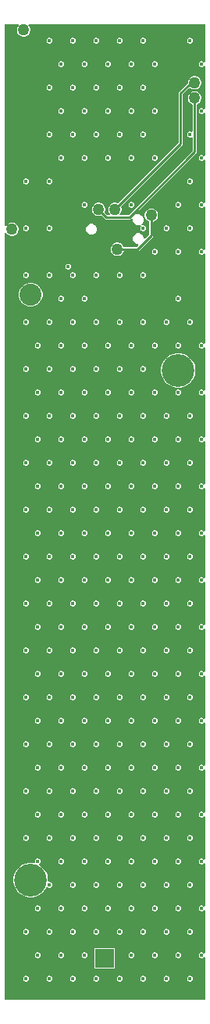
<source format=gbl>
G04*
G04 #@! TF.GenerationSoftware,Altium Limited,Altium Designer,24.5.2 (23)*
G04*
G04 Layer_Physical_Order=4*
G04 Layer_Color=16711680*
%FSLAX44Y44*%
%MOMM*%
G71*
G04*
G04 #@! TF.SameCoordinates,2FE71BF4-1BC5-4688-A169-50693282DBDC*
G04*
G04*
G04 #@! TF.FilePolarity,Positive*
G04*
G01*
G75*
%ADD12C,0.2540*%
%ADD35R,2.0200X2.0200*%
%ADD36C,2.0200*%
%ADD37C,3.5500*%
%ADD38C,2.3900*%
%ADD42C,0.1000*%
%ADD43C,0.4500*%
%ADD44C,1.2700*%
G36*
X473660Y1272338D02*
X473197Y1272102D01*
X472390Y1271949D01*
X471678Y1272661D01*
X470524Y1273139D01*
X469276D01*
X468122Y1272661D01*
X467239Y1271778D01*
X466761Y1270624D01*
Y1269376D01*
X467239Y1268222D01*
X468122Y1267339D01*
X469276Y1266861D01*
X470524D01*
X471678Y1267339D01*
X472390Y1268051D01*
X473197Y1267898D01*
X473660Y1267662D01*
Y1221538D01*
X473197Y1221302D01*
X472390Y1221149D01*
X471678Y1221861D01*
X470524Y1222339D01*
X469276D01*
X468122Y1221861D01*
X467239Y1220978D01*
X466761Y1219824D01*
Y1218576D01*
X467239Y1217422D01*
X468122Y1216539D01*
X469276Y1216061D01*
X470524D01*
X471678Y1216539D01*
X472390Y1217251D01*
X473197Y1217098D01*
X473660Y1216862D01*
Y1170738D01*
X473197Y1170502D01*
X472390Y1170349D01*
X471678Y1171061D01*
X470524Y1171539D01*
X469276D01*
X468122Y1171061D01*
X467239Y1170178D01*
X466761Y1169024D01*
Y1167776D01*
X467239Y1166622D01*
X468122Y1165739D01*
X469276Y1165261D01*
X470524D01*
X471678Y1165739D01*
X472390Y1166451D01*
X473197Y1166298D01*
X473660Y1166062D01*
Y1119938D01*
X473197Y1119702D01*
X472390Y1119549D01*
X471678Y1120261D01*
X470524Y1120739D01*
X469276D01*
X468122Y1120261D01*
X467239Y1119378D01*
X466761Y1118224D01*
Y1116976D01*
X467239Y1115822D01*
X468122Y1114939D01*
X469276Y1114461D01*
X470524D01*
X471678Y1114939D01*
X472390Y1115651D01*
X473197Y1115498D01*
X473660Y1115262D01*
Y1069138D01*
X473197Y1068902D01*
X472390Y1068749D01*
X471678Y1069461D01*
X470524Y1069939D01*
X469276D01*
X468122Y1069461D01*
X467239Y1068578D01*
X466761Y1067424D01*
Y1066176D01*
X467239Y1065022D01*
X468122Y1064139D01*
X469276Y1063661D01*
X470524D01*
X471678Y1064139D01*
X472390Y1064851D01*
X473197Y1064698D01*
X473660Y1064462D01*
Y967538D01*
X473197Y967302D01*
X472390Y967149D01*
X471678Y967861D01*
X470524Y968339D01*
X469276D01*
X468122Y967861D01*
X467239Y966978D01*
X466761Y965824D01*
Y964576D01*
X467239Y963422D01*
X468122Y962539D01*
X469276Y962061D01*
X470524D01*
X471678Y962539D01*
X472390Y963251D01*
X473197Y963098D01*
X473660Y962862D01*
Y916738D01*
X473197Y916502D01*
X472390Y916349D01*
X471678Y917061D01*
X470524Y917539D01*
X469276D01*
X468122Y917061D01*
X467239Y916178D01*
X466761Y915024D01*
Y913776D01*
X467239Y912622D01*
X468122Y911739D01*
X469276Y911261D01*
X470524D01*
X471678Y911739D01*
X472390Y912451D01*
X473197Y912298D01*
X473660Y912062D01*
Y865938D01*
X473197Y865702D01*
X472390Y865549D01*
X471678Y866261D01*
X470524Y866739D01*
X469276D01*
X468122Y866261D01*
X467239Y865378D01*
X466761Y864224D01*
Y862976D01*
X467239Y861822D01*
X468122Y860939D01*
X469276Y860461D01*
X470524D01*
X471678Y860939D01*
X472390Y861651D01*
X473197Y861498D01*
X473660Y861262D01*
Y815138D01*
X473197Y814902D01*
X472390Y814749D01*
X471678Y815461D01*
X470524Y815939D01*
X469276D01*
X468122Y815461D01*
X467239Y814578D01*
X466761Y813424D01*
Y812176D01*
X467239Y811022D01*
X468122Y810139D01*
X469276Y809661D01*
X470524D01*
X471678Y810139D01*
X472390Y810851D01*
X473197Y810698D01*
X473660Y810462D01*
Y764338D01*
X473197Y764102D01*
X472390Y763949D01*
X471678Y764661D01*
X470524Y765139D01*
X469276D01*
X468122Y764661D01*
X467239Y763778D01*
X466761Y762624D01*
Y761376D01*
X467239Y760222D01*
X468122Y759339D01*
X469276Y758861D01*
X470524D01*
X471678Y759339D01*
X472390Y760051D01*
X473197Y759898D01*
X473660Y759662D01*
Y713538D01*
X473197Y713302D01*
X472390Y713149D01*
X471678Y713861D01*
X470524Y714339D01*
X469276D01*
X468122Y713861D01*
X467239Y712978D01*
X466761Y711824D01*
Y710576D01*
X467239Y709422D01*
X468122Y708539D01*
X469276Y708061D01*
X470524D01*
X471678Y708539D01*
X472390Y709251D01*
X473197Y709098D01*
X473660Y708862D01*
Y662738D01*
X473197Y662502D01*
X472390Y662349D01*
X471678Y663061D01*
X470524Y663539D01*
X469276D01*
X468122Y663061D01*
X467239Y662178D01*
X466761Y661024D01*
Y659776D01*
X467239Y658622D01*
X468122Y657739D01*
X469276Y657261D01*
X470524D01*
X471678Y657739D01*
X472390Y658451D01*
X473197Y658298D01*
X473660Y658062D01*
Y611938D01*
X473197Y611702D01*
X472390Y611549D01*
X471678Y612261D01*
X470524Y612739D01*
X469276D01*
X468122Y612261D01*
X467239Y611378D01*
X466761Y610224D01*
Y608976D01*
X467239Y607822D01*
X468122Y606939D01*
X469276Y606461D01*
X470524D01*
X471678Y606939D01*
X472390Y607651D01*
X473197Y607498D01*
X473660Y607262D01*
Y561138D01*
X473197Y560902D01*
X472390Y560749D01*
X471678Y561461D01*
X470524Y561939D01*
X469276D01*
X468122Y561461D01*
X467239Y560578D01*
X466761Y559424D01*
Y558176D01*
X467239Y557022D01*
X468122Y556139D01*
X469276Y555661D01*
X470524D01*
X471678Y556139D01*
X472390Y556851D01*
X473197Y556698D01*
X473660Y556462D01*
Y510338D01*
X473197Y510102D01*
X472390Y509949D01*
X471678Y510661D01*
X470524Y511139D01*
X469276D01*
X468122Y510661D01*
X467239Y509778D01*
X466761Y508624D01*
Y507376D01*
X467239Y506222D01*
X468122Y505339D01*
X469276Y504861D01*
X470524D01*
X471678Y505339D01*
X472390Y506051D01*
X473197Y505898D01*
X473660Y505662D01*
Y459538D01*
X473197Y459302D01*
X472390Y459149D01*
X471678Y459861D01*
X470524Y460339D01*
X469276D01*
X468122Y459861D01*
X467239Y458978D01*
X466761Y457824D01*
Y456576D01*
X467239Y455422D01*
X468122Y454539D01*
X469276Y454061D01*
X470524D01*
X471678Y454539D01*
X472390Y455251D01*
X473197Y455098D01*
X473660Y454862D01*
Y408738D01*
X473197Y408502D01*
X472390Y408349D01*
X471678Y409061D01*
X470524Y409539D01*
X469276D01*
X468122Y409061D01*
X467239Y408178D01*
X466761Y407024D01*
Y405776D01*
X467239Y404622D01*
X468122Y403739D01*
X469276Y403261D01*
X470524D01*
X471678Y403739D01*
X472390Y404451D01*
X473197Y404298D01*
X473660Y404062D01*
Y357938D01*
X473197Y357702D01*
X472390Y357549D01*
X471678Y358261D01*
X470524Y358739D01*
X469276D01*
X468122Y358261D01*
X467239Y357378D01*
X466761Y356224D01*
Y354976D01*
X467239Y353822D01*
X468122Y352939D01*
X469276Y352461D01*
X470524D01*
X471678Y352939D01*
X472390Y353651D01*
X473197Y353498D01*
X473660Y353262D01*
Y307138D01*
X473197Y306902D01*
X472390Y306749D01*
X471678Y307461D01*
X470524Y307939D01*
X469276D01*
X468122Y307461D01*
X467239Y306578D01*
X466761Y305424D01*
Y304176D01*
X467239Y303022D01*
X468122Y302139D01*
X469276Y301661D01*
X470524D01*
X471678Y302139D01*
X472390Y302851D01*
X473197Y302698D01*
X473660Y302462D01*
Y256590D01*
X256590D01*
Y1087024D01*
X257860Y1087365D01*
X258367Y1086485D01*
X259715Y1085137D01*
X261366Y1084184D01*
X263207Y1083691D01*
X265113D01*
X266954Y1084184D01*
X268605Y1085137D01*
X269953Y1086485D01*
X270906Y1088136D01*
X271399Y1089977D01*
Y1091883D01*
X270906Y1093724D01*
X269953Y1095375D01*
X268605Y1096723D01*
X266954Y1097676D01*
X265113Y1098169D01*
X263207D01*
X261366Y1097676D01*
X259715Y1096723D01*
X258367Y1095375D01*
X257860Y1094495D01*
X256590Y1094836D01*
Y1313180D01*
X271176D01*
X271702Y1311910D01*
X271067Y1311275D01*
X270114Y1309624D01*
X269621Y1307783D01*
Y1305877D01*
X270114Y1304036D01*
X271067Y1302385D01*
X272415Y1301037D01*
X274066Y1300084D01*
X275907Y1299591D01*
X277813D01*
X279654Y1300084D01*
X281305Y1301037D01*
X282653Y1302385D01*
X283606Y1304036D01*
X284099Y1305877D01*
Y1307783D01*
X283606Y1309624D01*
X282653Y1311275D01*
X282017Y1311910D01*
X282544Y1313180D01*
X473660D01*
Y1272338D01*
D02*
G37*
%LPC*%
G36*
X457824Y1298539D02*
X456576D01*
X455422Y1298061D01*
X454539Y1297178D01*
X454061Y1296024D01*
Y1294776D01*
X454539Y1293622D01*
X455422Y1292739D01*
X456576Y1292261D01*
X457824D01*
X458978Y1292739D01*
X459861Y1293622D01*
X460339Y1294776D01*
Y1296024D01*
X459861Y1297178D01*
X458978Y1298061D01*
X457824Y1298539D01*
D02*
G37*
G36*
X407024D02*
X405776D01*
X404622Y1298061D01*
X403739Y1297178D01*
X403261Y1296024D01*
Y1294776D01*
X403739Y1293622D01*
X404622Y1292739D01*
X405776Y1292261D01*
X407024D01*
X408178Y1292739D01*
X409061Y1293622D01*
X409539Y1294776D01*
Y1296024D01*
X409061Y1297178D01*
X408178Y1298061D01*
X407024Y1298539D01*
D02*
G37*
G36*
X381624D02*
X380376D01*
X379222Y1298061D01*
X378339Y1297178D01*
X377861Y1296024D01*
Y1294776D01*
X378339Y1293622D01*
X379222Y1292739D01*
X380376Y1292261D01*
X381624D01*
X382778Y1292739D01*
X383661Y1293622D01*
X384139Y1294776D01*
Y1296024D01*
X383661Y1297178D01*
X382778Y1298061D01*
X381624Y1298539D01*
D02*
G37*
G36*
X356224D02*
X354976D01*
X353822Y1298061D01*
X352939Y1297178D01*
X352461Y1296024D01*
Y1294776D01*
X352939Y1293622D01*
X353822Y1292739D01*
X354976Y1292261D01*
X356224D01*
X357378Y1292739D01*
X358261Y1293622D01*
X358739Y1294776D01*
Y1296024D01*
X358261Y1297178D01*
X357378Y1298061D01*
X356224Y1298539D01*
D02*
G37*
G36*
X330824D02*
X329576D01*
X328422Y1298061D01*
X327539Y1297178D01*
X327061Y1296024D01*
Y1294776D01*
X327539Y1293622D01*
X328422Y1292739D01*
X329576Y1292261D01*
X330824D01*
X331978Y1292739D01*
X332861Y1293622D01*
X333339Y1294776D01*
Y1296024D01*
X332861Y1297178D01*
X331978Y1298061D01*
X330824Y1298539D01*
D02*
G37*
G36*
X305424D02*
X304176D01*
X303022Y1298061D01*
X302139Y1297178D01*
X301661Y1296024D01*
Y1294776D01*
X302139Y1293622D01*
X303022Y1292739D01*
X304176Y1292261D01*
X305424D01*
X306578Y1292739D01*
X307461Y1293622D01*
X307939Y1294776D01*
Y1296024D01*
X307461Y1297178D01*
X306578Y1298061D01*
X305424Y1298539D01*
D02*
G37*
G36*
X419724Y1273139D02*
X418476D01*
X417322Y1272661D01*
X416439Y1271778D01*
X415961Y1270624D01*
Y1269376D01*
X416439Y1268222D01*
X417322Y1267339D01*
X418476Y1266861D01*
X419724D01*
X420878Y1267339D01*
X421761Y1268222D01*
X422239Y1269376D01*
Y1270624D01*
X421761Y1271778D01*
X420878Y1272661D01*
X419724Y1273139D01*
D02*
G37*
G36*
X394324D02*
X393076D01*
X391922Y1272661D01*
X391039Y1271778D01*
X390561Y1270624D01*
Y1269376D01*
X391039Y1268222D01*
X391922Y1267339D01*
X393076Y1266861D01*
X394324D01*
X395478Y1267339D01*
X396361Y1268222D01*
X396839Y1269376D01*
Y1270624D01*
X396361Y1271778D01*
X395478Y1272661D01*
X394324Y1273139D01*
D02*
G37*
G36*
X368924D02*
X367676D01*
X366522Y1272661D01*
X365639Y1271778D01*
X365161Y1270624D01*
Y1269376D01*
X365639Y1268222D01*
X366522Y1267339D01*
X367676Y1266861D01*
X368924D01*
X370078Y1267339D01*
X370961Y1268222D01*
X371439Y1269376D01*
Y1270624D01*
X370961Y1271778D01*
X370078Y1272661D01*
X368924Y1273139D01*
D02*
G37*
G36*
X343524D02*
X342276D01*
X341122Y1272661D01*
X340239Y1271778D01*
X339761Y1270624D01*
Y1269376D01*
X340239Y1268222D01*
X341122Y1267339D01*
X342276Y1266861D01*
X343524D01*
X344678Y1267339D01*
X345561Y1268222D01*
X346039Y1269376D01*
Y1270624D01*
X345561Y1271778D01*
X344678Y1272661D01*
X343524Y1273139D01*
D02*
G37*
G36*
X318124D02*
X316876D01*
X315722Y1272661D01*
X314839Y1271778D01*
X314361Y1270624D01*
Y1269376D01*
X314839Y1268222D01*
X315722Y1267339D01*
X316876Y1266861D01*
X318124D01*
X319278Y1267339D01*
X320161Y1268222D01*
X320639Y1269376D01*
Y1270624D01*
X320161Y1271778D01*
X319278Y1272661D01*
X318124Y1273139D01*
D02*
G37*
G36*
X463233Y1256919D02*
X461327D01*
X459486Y1256426D01*
X457835Y1255473D01*
X456487Y1254125D01*
X455534Y1252474D01*
X455041Y1250633D01*
Y1249005D01*
X454888Y1248975D01*
X454174Y1248497D01*
X445484Y1239807D01*
X445006Y1239092D01*
X444839Y1238250D01*
Y1184552D01*
X379246Y1118959D01*
X378714Y1119266D01*
X376873Y1119759D01*
X374967D01*
X373126Y1119266D01*
X371475Y1118313D01*
X370127Y1116965D01*
X369174Y1115314D01*
X368681Y1113473D01*
Y1111567D01*
X369174Y1109726D01*
X370127Y1108075D01*
X370720Y1107482D01*
X370194Y1106212D01*
X367561D01*
X364579Y1109194D01*
X364886Y1109726D01*
X365379Y1111567D01*
Y1113473D01*
X364886Y1115314D01*
X363933Y1116965D01*
X362585Y1118313D01*
X360934Y1119266D01*
X359093Y1119759D01*
X357187D01*
X355346Y1119266D01*
X353695Y1118313D01*
X352347Y1116965D01*
X351394Y1115314D01*
X350901Y1113473D01*
Y1111567D01*
X351394Y1109726D01*
X352347Y1108075D01*
X353695Y1106727D01*
X355346Y1105774D01*
X357187Y1105281D01*
X359093D01*
X360934Y1105774D01*
X361466Y1106081D01*
X365093Y1102454D01*
X365807Y1101977D01*
X366649Y1101810D01*
X391541D01*
X392383Y1101977D01*
X393097Y1102455D01*
X394958Y1104315D01*
X396034Y1103595D01*
X395478Y1102252D01*
Y1099928D01*
X396367Y1097781D01*
X398011Y1096137D01*
X400158Y1095248D01*
X402482D01*
X403522Y1095679D01*
X403963Y1095861D01*
X404622Y1094861D01*
X404216Y1094456D01*
X403739Y1093978D01*
X403261Y1092824D01*
Y1091576D01*
X403739Y1090422D01*
X404622Y1089539D01*
X405776Y1089061D01*
X407024D01*
X408178Y1089539D01*
X409061Y1090422D01*
X409539Y1091576D01*
Y1092824D01*
X409061Y1093978D01*
X408178Y1094861D01*
X407024Y1095339D01*
X405776D01*
X405288Y1095137D01*
X404629Y1096137D01*
X405035Y1096543D01*
X406273Y1097781D01*
X407162Y1099928D01*
Y1102252D01*
X406273Y1104399D01*
X404629Y1106043D01*
X402482Y1106932D01*
X400158D01*
X398815Y1106376D01*
X398095Y1107452D01*
X463837Y1173194D01*
X464314Y1173908D01*
X464481Y1174750D01*
Y1226265D01*
X465074Y1226424D01*
X466725Y1227377D01*
X468073Y1228725D01*
X469026Y1230376D01*
X469519Y1232217D01*
Y1234123D01*
X469026Y1235964D01*
X468073Y1237615D01*
X466725Y1238963D01*
X465074Y1239916D01*
X463233Y1240409D01*
X461327D01*
X459486Y1239916D01*
X457835Y1238963D01*
X456487Y1237615D01*
X455534Y1235964D01*
X455041Y1234123D01*
Y1232217D01*
X455534Y1230376D01*
X456487Y1228725D01*
X457835Y1227377D01*
X459486Y1226424D01*
X460079Y1226265D01*
Y1197157D01*
X459526Y1196807D01*
X458809Y1196531D01*
X457824Y1196939D01*
X456576D01*
X455422Y1196461D01*
X454539Y1195578D01*
X454061Y1194424D01*
Y1193176D01*
X454539Y1192022D01*
X455422Y1191139D01*
X456576Y1190661D01*
X457824D01*
X458809Y1191069D01*
X459526Y1190793D01*
X460079Y1190443D01*
Y1175662D01*
X390629Y1106212D01*
X381646D01*
X381120Y1107482D01*
X381713Y1108075D01*
X382666Y1109726D01*
X383159Y1111567D01*
Y1113473D01*
X382666Y1115314D01*
X382359Y1115846D01*
X448596Y1182084D01*
X449074Y1182798D01*
X449241Y1183640D01*
Y1237338D01*
X456643Y1244740D01*
X456791D01*
X456951Y1244771D01*
X457835Y1243887D01*
X459486Y1242934D01*
X461327Y1242441D01*
X463233D01*
X465074Y1242934D01*
X466725Y1243887D01*
X468073Y1245235D01*
X469026Y1246886D01*
X469519Y1248727D01*
Y1250633D01*
X469026Y1252474D01*
X468073Y1254125D01*
X466725Y1255473D01*
X465074Y1256426D01*
X463233Y1256919D01*
D02*
G37*
G36*
X407024Y1247739D02*
X405776D01*
X404622Y1247261D01*
X403739Y1246378D01*
X403261Y1245224D01*
Y1243976D01*
X403739Y1242822D01*
X404622Y1241939D01*
X405776Y1241461D01*
X407024D01*
X408178Y1241939D01*
X409061Y1242822D01*
X409539Y1243976D01*
Y1245224D01*
X409061Y1246378D01*
X408178Y1247261D01*
X407024Y1247739D01*
D02*
G37*
G36*
X381624D02*
X380376D01*
X379222Y1247261D01*
X378339Y1246378D01*
X377861Y1245224D01*
Y1243976D01*
X378339Y1242822D01*
X379222Y1241939D01*
X380376Y1241461D01*
X381624D01*
X382778Y1241939D01*
X383661Y1242822D01*
X384139Y1243976D01*
Y1245224D01*
X383661Y1246378D01*
X382778Y1247261D01*
X381624Y1247739D01*
D02*
G37*
G36*
X356224D02*
X354976D01*
X353822Y1247261D01*
X352939Y1246378D01*
X352461Y1245224D01*
Y1243976D01*
X352939Y1242822D01*
X353822Y1241939D01*
X354976Y1241461D01*
X356224D01*
X357378Y1241939D01*
X358261Y1242822D01*
X358739Y1243976D01*
Y1245224D01*
X358261Y1246378D01*
X357378Y1247261D01*
X356224Y1247739D01*
D02*
G37*
G36*
X330824D02*
X329576D01*
X328422Y1247261D01*
X327539Y1246378D01*
X327061Y1245224D01*
Y1243976D01*
X327539Y1242822D01*
X328422Y1241939D01*
X329576Y1241461D01*
X330824D01*
X331978Y1241939D01*
X332861Y1242822D01*
X333339Y1243976D01*
Y1245224D01*
X332861Y1246378D01*
X331978Y1247261D01*
X330824Y1247739D01*
D02*
G37*
G36*
X305424D02*
X304176D01*
X303022Y1247261D01*
X302139Y1246378D01*
X301661Y1245224D01*
Y1243976D01*
X302139Y1242822D01*
X303022Y1241939D01*
X304176Y1241461D01*
X305424D01*
X306578Y1241939D01*
X307461Y1242822D01*
X307939Y1243976D01*
Y1245224D01*
X307461Y1246378D01*
X306578Y1247261D01*
X305424Y1247739D01*
D02*
G37*
G36*
X419724Y1222339D02*
X418476D01*
X417322Y1221861D01*
X416439Y1220978D01*
X415961Y1219824D01*
Y1218576D01*
X416439Y1217422D01*
X417322Y1216539D01*
X418476Y1216061D01*
X419724D01*
X420878Y1216539D01*
X421761Y1217422D01*
X422239Y1218576D01*
Y1219824D01*
X421761Y1220978D01*
X420878Y1221861D01*
X419724Y1222339D01*
D02*
G37*
G36*
X394324D02*
X393076D01*
X391922Y1221861D01*
X391039Y1220978D01*
X390561Y1219824D01*
Y1218576D01*
X391039Y1217422D01*
X391922Y1216539D01*
X393076Y1216061D01*
X394324D01*
X395478Y1216539D01*
X396361Y1217422D01*
X396839Y1218576D01*
Y1219824D01*
X396361Y1220978D01*
X395478Y1221861D01*
X394324Y1222339D01*
D02*
G37*
G36*
X368924D02*
X367676D01*
X366522Y1221861D01*
X365639Y1220978D01*
X365161Y1219824D01*
Y1218576D01*
X365639Y1217422D01*
X366522Y1216539D01*
X367676Y1216061D01*
X368924D01*
X370078Y1216539D01*
X370961Y1217422D01*
X371439Y1218576D01*
Y1219824D01*
X370961Y1220978D01*
X370078Y1221861D01*
X368924Y1222339D01*
D02*
G37*
G36*
X343524D02*
X342276D01*
X341122Y1221861D01*
X340239Y1220978D01*
X339761Y1219824D01*
Y1218576D01*
X340239Y1217422D01*
X341122Y1216539D01*
X342276Y1216061D01*
X343524D01*
X344678Y1216539D01*
X345561Y1217422D01*
X346039Y1218576D01*
Y1219824D01*
X345561Y1220978D01*
X344678Y1221861D01*
X343524Y1222339D01*
D02*
G37*
G36*
X318124D02*
X316876D01*
X315722Y1221861D01*
X314839Y1220978D01*
X314361Y1219824D01*
Y1218576D01*
X314839Y1217422D01*
X315722Y1216539D01*
X316876Y1216061D01*
X318124D01*
X319278Y1216539D01*
X320161Y1217422D01*
X320639Y1218576D01*
Y1219824D01*
X320161Y1220978D01*
X319278Y1221861D01*
X318124Y1222339D01*
D02*
G37*
G36*
X407024Y1196939D02*
X405776D01*
X404622Y1196461D01*
X403739Y1195578D01*
X403261Y1194424D01*
Y1193176D01*
X403739Y1192022D01*
X404622Y1191139D01*
X405776Y1190661D01*
X407024D01*
X408178Y1191139D01*
X409061Y1192022D01*
X409539Y1193176D01*
Y1194424D01*
X409061Y1195578D01*
X408178Y1196461D01*
X407024Y1196939D01*
D02*
G37*
G36*
X381624D02*
X380376D01*
X379222Y1196461D01*
X378339Y1195578D01*
X377861Y1194424D01*
Y1193176D01*
X378339Y1192022D01*
X379222Y1191139D01*
X380376Y1190661D01*
X381624D01*
X382778Y1191139D01*
X383661Y1192022D01*
X384139Y1193176D01*
Y1194424D01*
X383661Y1195578D01*
X382778Y1196461D01*
X381624Y1196939D01*
D02*
G37*
G36*
X356224D02*
X354976D01*
X353822Y1196461D01*
X352939Y1195578D01*
X352461Y1194424D01*
Y1193176D01*
X352939Y1192022D01*
X353822Y1191139D01*
X354976Y1190661D01*
X356224D01*
X357378Y1191139D01*
X358261Y1192022D01*
X358739Y1193176D01*
Y1194424D01*
X358261Y1195578D01*
X357378Y1196461D01*
X356224Y1196939D01*
D02*
G37*
G36*
X330824D02*
X329576D01*
X328422Y1196461D01*
X327539Y1195578D01*
X327061Y1194424D01*
Y1193176D01*
X327539Y1192022D01*
X328422Y1191139D01*
X329576Y1190661D01*
X330824D01*
X331978Y1191139D01*
X332861Y1192022D01*
X333339Y1193176D01*
Y1194424D01*
X332861Y1195578D01*
X331978Y1196461D01*
X330824Y1196939D01*
D02*
G37*
G36*
X305424D02*
X304176D01*
X303022Y1196461D01*
X302139Y1195578D01*
X301661Y1194424D01*
Y1193176D01*
X302139Y1192022D01*
X303022Y1191139D01*
X304176Y1190661D01*
X305424D01*
X306578Y1191139D01*
X307461Y1192022D01*
X307939Y1193176D01*
Y1194424D01*
X307461Y1195578D01*
X306578Y1196461D01*
X305424Y1196939D01*
D02*
G37*
G36*
X419724Y1171539D02*
X418476D01*
X417322Y1171061D01*
X416439Y1170178D01*
X415961Y1169024D01*
Y1167776D01*
X416439Y1166622D01*
X417322Y1165739D01*
X418476Y1165261D01*
X419724D01*
X420878Y1165739D01*
X421761Y1166622D01*
X422239Y1167776D01*
Y1169024D01*
X421761Y1170178D01*
X420878Y1171061D01*
X419724Y1171539D01*
D02*
G37*
G36*
X394324D02*
X393076D01*
X391922Y1171061D01*
X391039Y1170178D01*
X390561Y1169024D01*
Y1167776D01*
X391039Y1166622D01*
X391922Y1165739D01*
X393076Y1165261D01*
X394324D01*
X395478Y1165739D01*
X396361Y1166622D01*
X396839Y1167776D01*
Y1169024D01*
X396361Y1170178D01*
X395478Y1171061D01*
X394324Y1171539D01*
D02*
G37*
G36*
X368924D02*
X367676D01*
X366522Y1171061D01*
X365639Y1170178D01*
X365161Y1169024D01*
Y1167776D01*
X365639Y1166622D01*
X366522Y1165739D01*
X367676Y1165261D01*
X368924D01*
X370078Y1165739D01*
X370961Y1166622D01*
X371439Y1167776D01*
Y1169024D01*
X370961Y1170178D01*
X370078Y1171061D01*
X368924Y1171539D01*
D02*
G37*
G36*
X343524D02*
X342276D01*
X341122Y1171061D01*
X340239Y1170178D01*
X339761Y1169024D01*
Y1167776D01*
X340239Y1166622D01*
X341122Y1165739D01*
X342276Y1165261D01*
X343524D01*
X344678Y1165739D01*
X345561Y1166622D01*
X346039Y1167776D01*
Y1169024D01*
X345561Y1170178D01*
X344678Y1171061D01*
X343524Y1171539D01*
D02*
G37*
G36*
X318124D02*
X316876D01*
X315722Y1171061D01*
X314839Y1170178D01*
X314361Y1169024D01*
Y1167776D01*
X314839Y1166622D01*
X315722Y1165739D01*
X316876Y1165261D01*
X318124D01*
X319278Y1165739D01*
X320161Y1166622D01*
X320639Y1167776D01*
Y1169024D01*
X320161Y1170178D01*
X319278Y1171061D01*
X318124Y1171539D01*
D02*
G37*
G36*
X457824Y1146139D02*
X456576D01*
X455422Y1145661D01*
X454539Y1144778D01*
X454061Y1143624D01*
Y1142376D01*
X454539Y1141222D01*
X455422Y1140339D01*
X456576Y1139861D01*
X457824D01*
X458978Y1140339D01*
X459861Y1141222D01*
X460339Y1142376D01*
Y1143624D01*
X459861Y1144778D01*
X458978Y1145661D01*
X457824Y1146139D01*
D02*
G37*
G36*
X305424D02*
X304176D01*
X303022Y1145661D01*
X302139Y1144778D01*
X301661Y1143624D01*
Y1142376D01*
X302139Y1141222D01*
X303022Y1140339D01*
X304176Y1139861D01*
X305424D01*
X306578Y1140339D01*
X307461Y1141222D01*
X307939Y1142376D01*
Y1143624D01*
X307461Y1144778D01*
X306578Y1145661D01*
X305424Y1146139D01*
D02*
G37*
G36*
X280024D02*
X278776D01*
X277622Y1145661D01*
X276739Y1144778D01*
X276261Y1143624D01*
Y1142376D01*
X276739Y1141222D01*
X277622Y1140339D01*
X278776Y1139861D01*
X280024D01*
X281178Y1140339D01*
X282061Y1141222D01*
X282539Y1142376D01*
Y1143624D01*
X282061Y1144778D01*
X281178Y1145661D01*
X280024Y1146139D01*
D02*
G37*
G36*
X445124Y1120739D02*
X443876D01*
X442722Y1120261D01*
X441839Y1119378D01*
X441361Y1118224D01*
Y1116976D01*
X441839Y1115822D01*
X442722Y1114939D01*
X443876Y1114461D01*
X445124D01*
X446278Y1114939D01*
X447161Y1115822D01*
X447639Y1116976D01*
Y1118224D01*
X447161Y1119378D01*
X446278Y1120261D01*
X445124Y1120739D01*
D02*
G37*
G36*
X394324D02*
X393076D01*
X391922Y1120261D01*
X391039Y1119378D01*
X390561Y1118224D01*
Y1116976D01*
X391039Y1115822D01*
X391922Y1114939D01*
X393076Y1114461D01*
X394324D01*
X395478Y1114939D01*
X396361Y1115822D01*
X396839Y1116976D01*
Y1118224D01*
X396361Y1119378D01*
X395478Y1120261D01*
X394324Y1120739D01*
D02*
G37*
G36*
X343524D02*
X342276D01*
X341122Y1120261D01*
X340239Y1119378D01*
X339761Y1118224D01*
Y1116976D01*
X340239Y1115822D01*
X341122Y1114939D01*
X342276Y1114461D01*
X343524D01*
X344678Y1114939D01*
X345561Y1115822D01*
X346039Y1116976D01*
Y1118224D01*
X345561Y1119378D01*
X344678Y1120261D01*
X343524Y1120739D01*
D02*
G37*
G36*
X457824Y1095339D02*
X456576D01*
X455422Y1094861D01*
X454539Y1093978D01*
X454061Y1092824D01*
Y1091576D01*
X454539Y1090422D01*
X455422Y1089539D01*
X456576Y1089061D01*
X457824D01*
X458978Y1089539D01*
X459861Y1090422D01*
X460339Y1091576D01*
Y1092824D01*
X459861Y1093978D01*
X458978Y1094861D01*
X457824Y1095339D01*
D02*
G37*
G36*
X432424D02*
X431176D01*
X430022Y1094861D01*
X429139Y1093978D01*
X428661Y1092824D01*
Y1091576D01*
X429139Y1090422D01*
X430022Y1089539D01*
X431176Y1089061D01*
X432424D01*
X433578Y1089539D01*
X434461Y1090422D01*
X434939Y1091576D01*
Y1092824D01*
X434461Y1093978D01*
X433578Y1094861D01*
X432424Y1095339D01*
D02*
G37*
G36*
X305424D02*
X304176D01*
X303022Y1094861D01*
X302139Y1093978D01*
X301661Y1092824D01*
Y1091576D01*
X302139Y1090422D01*
X303022Y1089539D01*
X304176Y1089061D01*
X305424D01*
X306578Y1089539D01*
X307461Y1090422D01*
X307939Y1091576D01*
Y1092824D01*
X307461Y1093978D01*
X306578Y1094861D01*
X305424Y1095339D01*
D02*
G37*
G36*
X280024D02*
X278776D01*
X277622Y1094861D01*
X276739Y1093978D01*
X276261Y1092824D01*
Y1091576D01*
X276739Y1090422D01*
X277622Y1089539D01*
X278776Y1089061D01*
X280024D01*
X281178Y1089539D01*
X282061Y1090422D01*
X282539Y1091576D01*
Y1092824D01*
X282061Y1093978D01*
X281178Y1094861D01*
X280024Y1095339D01*
D02*
G37*
G36*
X351682Y1096772D02*
X349358D01*
X347211Y1095883D01*
X345567Y1094239D01*
X344678Y1092092D01*
Y1089768D01*
X345567Y1087621D01*
X347211Y1085977D01*
X349358Y1085088D01*
X351682D01*
X353829Y1085977D01*
X355473Y1087621D01*
X356362Y1089768D01*
Y1092092D01*
X355473Y1094239D01*
X353829Y1095883D01*
X351682Y1096772D01*
D02*
G37*
G36*
X416243Y1113409D02*
X414337D01*
X412496Y1112916D01*
X410845Y1111963D01*
X409497Y1110615D01*
X408544Y1108964D01*
X408051Y1107123D01*
Y1105217D01*
X408544Y1103376D01*
X409497Y1101725D01*
X410845Y1100377D01*
X412496Y1099424D01*
X413089Y1099266D01*
Y1085594D01*
X408335Y1080841D01*
X407162Y1081327D01*
Y1081932D01*
X406273Y1084079D01*
X404629Y1085723D01*
X402482Y1086612D01*
X400158D01*
X398011Y1085723D01*
X396367Y1084079D01*
X395478Y1081932D01*
Y1079608D01*
X396367Y1077461D01*
X398011Y1075817D01*
X400158Y1074928D01*
X400763D01*
X401249Y1073755D01*
X399036Y1071541D01*
X385364D01*
X385206Y1072134D01*
X384253Y1073785D01*
X382905Y1075133D01*
X381254Y1076086D01*
X379413Y1076579D01*
X377507D01*
X375666Y1076086D01*
X374015Y1075133D01*
X372667Y1073785D01*
X371714Y1072134D01*
X371221Y1070293D01*
Y1068387D01*
X371714Y1066546D01*
X372667Y1064895D01*
X374015Y1063547D01*
X375666Y1062594D01*
X377507Y1062101D01*
X379413D01*
X381254Y1062594D01*
X382905Y1063547D01*
X384253Y1064895D01*
X385206Y1066546D01*
X385364Y1067139D01*
X399948D01*
X400790Y1067306D01*
X401504Y1067784D01*
X416847Y1083126D01*
X417324Y1083840D01*
X417491Y1084682D01*
Y1099266D01*
X418084Y1099424D01*
X419735Y1100377D01*
X421083Y1101725D01*
X422036Y1103376D01*
X422529Y1105217D01*
Y1107123D01*
X422036Y1108964D01*
X421083Y1110615D01*
X419735Y1111963D01*
X418084Y1112916D01*
X416243Y1113409D01*
D02*
G37*
G36*
X445124Y1069939D02*
X443876D01*
X442722Y1069461D01*
X441839Y1068578D01*
X441361Y1067424D01*
Y1066176D01*
X441839Y1065022D01*
X442722Y1064139D01*
X443876Y1063661D01*
X445124D01*
X446278Y1064139D01*
X447161Y1065022D01*
X447639Y1066176D01*
Y1067424D01*
X447161Y1068578D01*
X446278Y1069461D01*
X445124Y1069939D01*
D02*
G37*
G36*
X419724D02*
X418476D01*
X417322Y1069461D01*
X416439Y1068578D01*
X415961Y1067424D01*
Y1066176D01*
X416439Y1065022D01*
X417322Y1064139D01*
X418476Y1063661D01*
X419724D01*
X420878Y1064139D01*
X421761Y1065022D01*
X422239Y1066176D01*
Y1067424D01*
X421761Y1068578D01*
X420878Y1069461D01*
X419724Y1069939D01*
D02*
G37*
G36*
X325744Y1053429D02*
X324496D01*
X323342Y1052951D01*
X322459Y1052068D01*
X321981Y1050914D01*
Y1049666D01*
X322459Y1048512D01*
X323342Y1047629D01*
X324496Y1047151D01*
X325744D01*
X326898Y1047629D01*
X327781Y1048512D01*
X328259Y1049666D01*
Y1050914D01*
X327781Y1052068D01*
X326898Y1052951D01*
X325744Y1053429D01*
D02*
G37*
G36*
X407024Y1044539D02*
X405776D01*
X404622Y1044061D01*
X403739Y1043178D01*
X403261Y1042024D01*
Y1040776D01*
X403739Y1039622D01*
X404622Y1038739D01*
X405776Y1038261D01*
X407024D01*
X408178Y1038739D01*
X409061Y1039622D01*
X409539Y1040776D01*
Y1042024D01*
X409061Y1043178D01*
X408178Y1044061D01*
X407024Y1044539D01*
D02*
G37*
G36*
X381624D02*
X380376D01*
X379222Y1044061D01*
X378339Y1043178D01*
X377861Y1042024D01*
Y1040776D01*
X378339Y1039622D01*
X379222Y1038739D01*
X380376Y1038261D01*
X381624D01*
X382778Y1038739D01*
X383661Y1039622D01*
X384139Y1040776D01*
Y1042024D01*
X383661Y1043178D01*
X382778Y1044061D01*
X381624Y1044539D01*
D02*
G37*
G36*
X356224D02*
X354976D01*
X353822Y1044061D01*
X352939Y1043178D01*
X352461Y1042024D01*
Y1040776D01*
X352939Y1039622D01*
X353822Y1038739D01*
X354976Y1038261D01*
X356224D01*
X357378Y1038739D01*
X358261Y1039622D01*
X358739Y1040776D01*
Y1042024D01*
X358261Y1043178D01*
X357378Y1044061D01*
X356224Y1044539D01*
D02*
G37*
G36*
X330824D02*
X329576D01*
X328422Y1044061D01*
X327539Y1043178D01*
X327061Y1042024D01*
Y1040776D01*
X327539Y1039622D01*
X328422Y1038739D01*
X329576Y1038261D01*
X330824D01*
X331978Y1038739D01*
X332861Y1039622D01*
X333339Y1040776D01*
Y1042024D01*
X332861Y1043178D01*
X331978Y1044061D01*
X330824Y1044539D01*
D02*
G37*
G36*
X305424D02*
X304176D01*
X303022Y1044061D01*
X302139Y1043178D01*
X301661Y1042024D01*
Y1040776D01*
X302139Y1039622D01*
X303022Y1038739D01*
X304176Y1038261D01*
X305424D01*
X306578Y1038739D01*
X307461Y1039622D01*
X307939Y1040776D01*
Y1042024D01*
X307461Y1043178D01*
X306578Y1044061D01*
X305424Y1044539D01*
D02*
G37*
G36*
X280024D02*
X278776D01*
X277622Y1044061D01*
X276739Y1043178D01*
X276261Y1042024D01*
Y1040776D01*
X276739Y1039622D01*
X277622Y1038739D01*
X278776Y1038261D01*
X280024D01*
X281178Y1038739D01*
X282061Y1039622D01*
X282539Y1040776D01*
Y1042024D01*
X282061Y1043178D01*
X281178Y1044061D01*
X280024Y1044539D01*
D02*
G37*
G36*
X445124Y1019139D02*
X443876D01*
X442722Y1018661D01*
X441839Y1017778D01*
X441361Y1016624D01*
Y1015376D01*
X441839Y1014222D01*
X442722Y1013339D01*
X443876Y1012861D01*
X445124D01*
X446278Y1013339D01*
X447161Y1014222D01*
X447639Y1015376D01*
Y1016624D01*
X447161Y1017778D01*
X446278Y1018661D01*
X445124Y1019139D01*
D02*
G37*
G36*
X343524D02*
X342276D01*
X341122Y1018661D01*
X340239Y1017778D01*
X339761Y1016624D01*
Y1015376D01*
X340239Y1014222D01*
X341122Y1013339D01*
X342276Y1012861D01*
X343524D01*
X344678Y1013339D01*
X345561Y1014222D01*
X346039Y1015376D01*
Y1016624D01*
X345561Y1017778D01*
X344678Y1018661D01*
X343524Y1019139D01*
D02*
G37*
G36*
X318124D02*
X316876D01*
X315722Y1018661D01*
X314839Y1017778D01*
X314361Y1016624D01*
Y1015376D01*
X314839Y1014222D01*
X315722Y1013339D01*
X316876Y1012861D01*
X318124D01*
X319278Y1013339D01*
X320161Y1014222D01*
X320639Y1015376D01*
Y1016624D01*
X320161Y1017778D01*
X319278Y1018661D01*
X318124Y1019139D01*
D02*
G37*
G36*
X286170Y1032919D02*
X282790D01*
X279524Y1032044D01*
X276597Y1030354D01*
X274206Y1027963D01*
X272516Y1025036D01*
X271641Y1021770D01*
Y1018390D01*
X272516Y1015124D01*
X274206Y1012197D01*
X276597Y1009806D01*
X279524Y1008116D01*
X282790Y1007241D01*
X286170D01*
X289436Y1008116D01*
X292363Y1009806D01*
X294754Y1012197D01*
X296444Y1015124D01*
X297319Y1018390D01*
Y1021770D01*
X296444Y1025036D01*
X294754Y1027963D01*
X292363Y1030354D01*
X289436Y1032044D01*
X286170Y1032919D01*
D02*
G37*
G36*
X457824Y993739D02*
X456576D01*
X455422Y993261D01*
X454539Y992378D01*
X454061Y991224D01*
Y989976D01*
X454539Y988822D01*
X455422Y987939D01*
X456576Y987461D01*
X457824D01*
X458978Y987939D01*
X459861Y988822D01*
X460339Y989976D01*
Y991224D01*
X459861Y992378D01*
X458978Y993261D01*
X457824Y993739D01*
D02*
G37*
G36*
X432424D02*
X431176D01*
X430022Y993261D01*
X429139Y992378D01*
X428661Y991224D01*
Y989976D01*
X429139Y988822D01*
X430022Y987939D01*
X431176Y987461D01*
X432424D01*
X433578Y987939D01*
X434461Y988822D01*
X434939Y989976D01*
Y991224D01*
X434461Y992378D01*
X433578Y993261D01*
X432424Y993739D01*
D02*
G37*
G36*
X407024D02*
X405776D01*
X404622Y993261D01*
X403739Y992378D01*
X403261Y991224D01*
Y989976D01*
X403739Y988822D01*
X404622Y987939D01*
X405776Y987461D01*
X407024D01*
X408178Y987939D01*
X409061Y988822D01*
X409539Y989976D01*
Y991224D01*
X409061Y992378D01*
X408178Y993261D01*
X407024Y993739D01*
D02*
G37*
G36*
X381624D02*
X380376D01*
X379222Y993261D01*
X378339Y992378D01*
X377861Y991224D01*
Y989976D01*
X378339Y988822D01*
X379222Y987939D01*
X380376Y987461D01*
X381624D01*
X382778Y987939D01*
X383661Y988822D01*
X384139Y989976D01*
Y991224D01*
X383661Y992378D01*
X382778Y993261D01*
X381624Y993739D01*
D02*
G37*
G36*
X356224D02*
X354976D01*
X353822Y993261D01*
X352939Y992378D01*
X352461Y991224D01*
Y989976D01*
X352939Y988822D01*
X353822Y987939D01*
X354976Y987461D01*
X356224D01*
X357378Y987939D01*
X358261Y988822D01*
X358739Y989976D01*
Y991224D01*
X358261Y992378D01*
X357378Y993261D01*
X356224Y993739D01*
D02*
G37*
G36*
X330824D02*
X329576D01*
X328422Y993261D01*
X327539Y992378D01*
X327061Y991224D01*
Y989976D01*
X327539Y988822D01*
X328422Y987939D01*
X329576Y987461D01*
X330824D01*
X331978Y987939D01*
X332861Y988822D01*
X333339Y989976D01*
Y991224D01*
X332861Y992378D01*
X331978Y993261D01*
X330824Y993739D01*
D02*
G37*
G36*
X305424D02*
X304176D01*
X303022Y993261D01*
X302139Y992378D01*
X301661Y991224D01*
Y989976D01*
X302139Y988822D01*
X303022Y987939D01*
X304176Y987461D01*
X305424D01*
X306578Y987939D01*
X307461Y988822D01*
X307939Y989976D01*
Y991224D01*
X307461Y992378D01*
X306578Y993261D01*
X305424Y993739D01*
D02*
G37*
G36*
X280024D02*
X278776D01*
X277622Y993261D01*
X276739Y992378D01*
X276261Y991224D01*
Y989976D01*
X276739Y988822D01*
X277622Y987939D01*
X278776Y987461D01*
X280024D01*
X281178Y987939D01*
X282061Y988822D01*
X282539Y989976D01*
Y991224D01*
X282061Y992378D01*
X281178Y993261D01*
X280024Y993739D01*
D02*
G37*
G36*
X445124Y968339D02*
X443876D01*
X442722Y967861D01*
X441839Y966978D01*
X441361Y965824D01*
Y964576D01*
X441839Y963422D01*
X442722Y962539D01*
X443876Y962061D01*
X445124D01*
X446278Y962539D01*
X447161Y963422D01*
X447639Y964576D01*
Y965824D01*
X447161Y966978D01*
X446278Y967861D01*
X445124Y968339D01*
D02*
G37*
G36*
X419724D02*
X418476D01*
X417322Y967861D01*
X416439Y966978D01*
X415961Y965824D01*
Y964576D01*
X416439Y963422D01*
X417322Y962539D01*
X418476Y962061D01*
X419724D01*
X420878Y962539D01*
X421761Y963422D01*
X422239Y964576D01*
Y965824D01*
X421761Y966978D01*
X420878Y967861D01*
X419724Y968339D01*
D02*
G37*
G36*
X394324D02*
X393076D01*
X391922Y967861D01*
X391039Y966978D01*
X390561Y965824D01*
Y964576D01*
X391039Y963422D01*
X391922Y962539D01*
X393076Y962061D01*
X394324D01*
X395478Y962539D01*
X396361Y963422D01*
X396839Y964576D01*
Y965824D01*
X396361Y966978D01*
X395478Y967861D01*
X394324Y968339D01*
D02*
G37*
G36*
X368924D02*
X367676D01*
X366522Y967861D01*
X365639Y966978D01*
X365161Y965824D01*
Y964576D01*
X365639Y963422D01*
X366522Y962539D01*
X367676Y962061D01*
X368924D01*
X370078Y962539D01*
X370961Y963422D01*
X371439Y964576D01*
Y965824D01*
X370961Y966978D01*
X370078Y967861D01*
X368924Y968339D01*
D02*
G37*
G36*
X343524D02*
X342276D01*
X341122Y967861D01*
X340239Y966978D01*
X339761Y965824D01*
Y964576D01*
X340239Y963422D01*
X341122Y962539D01*
X342276Y962061D01*
X343524D01*
X344678Y962539D01*
X345561Y963422D01*
X346039Y964576D01*
Y965824D01*
X345561Y966978D01*
X344678Y967861D01*
X343524Y968339D01*
D02*
G37*
G36*
X318124D02*
X316876D01*
X315722Y967861D01*
X314839Y966978D01*
X314361Y965824D01*
Y964576D01*
X314839Y963422D01*
X315722Y962539D01*
X316876Y962061D01*
X318124D01*
X319278Y962539D01*
X320161Y963422D01*
X320639Y964576D01*
Y965824D01*
X320161Y966978D01*
X319278Y967861D01*
X318124Y968339D01*
D02*
G37*
G36*
X292724D02*
X291476D01*
X290322Y967861D01*
X289439Y966978D01*
X288961Y965824D01*
Y964576D01*
X289439Y963422D01*
X290322Y962539D01*
X291476Y962061D01*
X292724D01*
X293878Y962539D01*
X294761Y963422D01*
X295239Y964576D01*
Y965824D01*
X294761Y966978D01*
X293878Y967861D01*
X292724Y968339D01*
D02*
G37*
G36*
X407024Y942939D02*
X405776D01*
X404622Y942461D01*
X403739Y941578D01*
X403261Y940424D01*
Y939176D01*
X403739Y938022D01*
X404622Y937139D01*
X405776Y936661D01*
X407024D01*
X408178Y937139D01*
X409061Y938022D01*
X409539Y939176D01*
Y940424D01*
X409061Y941578D01*
X408178Y942461D01*
X407024Y942939D01*
D02*
G37*
G36*
X381624D02*
X380376D01*
X379222Y942461D01*
X378339Y941578D01*
X377861Y940424D01*
Y939176D01*
X378339Y938022D01*
X379222Y937139D01*
X380376Y936661D01*
X381624D01*
X382778Y937139D01*
X383661Y938022D01*
X384139Y939176D01*
Y940424D01*
X383661Y941578D01*
X382778Y942461D01*
X381624Y942939D01*
D02*
G37*
G36*
X356224D02*
X354976D01*
X353822Y942461D01*
X352939Y941578D01*
X352461Y940424D01*
Y939176D01*
X352939Y938022D01*
X353822Y937139D01*
X354976Y936661D01*
X356224D01*
X357378Y937139D01*
X358261Y938022D01*
X358739Y939176D01*
Y940424D01*
X358261Y941578D01*
X357378Y942461D01*
X356224Y942939D01*
D02*
G37*
G36*
X330824D02*
X329576D01*
X328422Y942461D01*
X327539Y941578D01*
X327061Y940424D01*
Y939176D01*
X327539Y938022D01*
X328422Y937139D01*
X329576Y936661D01*
X330824D01*
X331978Y937139D01*
X332861Y938022D01*
X333339Y939176D01*
Y940424D01*
X332861Y941578D01*
X331978Y942461D01*
X330824Y942939D01*
D02*
G37*
G36*
X305424D02*
X304176D01*
X303022Y942461D01*
X302139Y941578D01*
X301661Y940424D01*
Y939176D01*
X302139Y938022D01*
X303022Y937139D01*
X304176Y936661D01*
X305424D01*
X306578Y937139D01*
X307461Y938022D01*
X307939Y939176D01*
Y940424D01*
X307461Y941578D01*
X306578Y942461D01*
X305424Y942939D01*
D02*
G37*
G36*
X280024D02*
X278776D01*
X277622Y942461D01*
X276739Y941578D01*
X276261Y940424D01*
Y939176D01*
X276739Y938022D01*
X277622Y937139D01*
X278776Y936661D01*
X280024D01*
X281178Y937139D01*
X282061Y938022D01*
X282539Y939176D01*
Y940424D01*
X282061Y941578D01*
X281178Y942461D01*
X280024Y942939D01*
D02*
G37*
G36*
X446316Y956719D02*
X442644D01*
X439043Y956003D01*
X435651Y954598D01*
X432598Y952558D01*
X430002Y949962D01*
X427962Y946909D01*
X426557Y943517D01*
X425841Y939916D01*
Y936244D01*
X426557Y932643D01*
X427962Y929251D01*
X430002Y926198D01*
X432598Y923602D01*
X435651Y921562D01*
X439043Y920157D01*
X442644Y919441D01*
X446316D01*
X449917Y920157D01*
X453309Y921562D01*
X456362Y923602D01*
X458958Y926198D01*
X460998Y929251D01*
X462403Y932643D01*
X463119Y936244D01*
Y939916D01*
X462403Y943517D01*
X460998Y946909D01*
X458958Y949962D01*
X456362Y952558D01*
X453309Y954598D01*
X449917Y956003D01*
X446316Y956719D01*
D02*
G37*
G36*
X445124Y917539D02*
X443876D01*
X442722Y917061D01*
X441839Y916178D01*
X441361Y915024D01*
Y913776D01*
X441839Y912622D01*
X442722Y911739D01*
X443876Y911261D01*
X445124D01*
X446278Y911739D01*
X447161Y912622D01*
X447639Y913776D01*
Y915024D01*
X447161Y916178D01*
X446278Y917061D01*
X445124Y917539D01*
D02*
G37*
G36*
X419724D02*
X418476D01*
X417322Y917061D01*
X416439Y916178D01*
X415961Y915024D01*
Y913776D01*
X416439Y912622D01*
X417322Y911739D01*
X418476Y911261D01*
X419724D01*
X420878Y911739D01*
X421761Y912622D01*
X422239Y913776D01*
Y915024D01*
X421761Y916178D01*
X420878Y917061D01*
X419724Y917539D01*
D02*
G37*
G36*
X394324D02*
X393076D01*
X391922Y917061D01*
X391039Y916178D01*
X390561Y915024D01*
Y913776D01*
X391039Y912622D01*
X391922Y911739D01*
X393076Y911261D01*
X394324D01*
X395478Y911739D01*
X396361Y912622D01*
X396839Y913776D01*
Y915024D01*
X396361Y916178D01*
X395478Y917061D01*
X394324Y917539D01*
D02*
G37*
G36*
X368924D02*
X367676D01*
X366522Y917061D01*
X365639Y916178D01*
X365161Y915024D01*
Y913776D01*
X365639Y912622D01*
X366522Y911739D01*
X367676Y911261D01*
X368924D01*
X370078Y911739D01*
X370961Y912622D01*
X371439Y913776D01*
Y915024D01*
X370961Y916178D01*
X370078Y917061D01*
X368924Y917539D01*
D02*
G37*
G36*
X343524D02*
X342276D01*
X341122Y917061D01*
X340239Y916178D01*
X339761Y915024D01*
Y913776D01*
X340239Y912622D01*
X341122Y911739D01*
X342276Y911261D01*
X343524D01*
X344678Y911739D01*
X345561Y912622D01*
X346039Y913776D01*
Y915024D01*
X345561Y916178D01*
X344678Y917061D01*
X343524Y917539D01*
D02*
G37*
G36*
X318124D02*
X316876D01*
X315722Y917061D01*
X314839Y916178D01*
X314361Y915024D01*
Y913776D01*
X314839Y912622D01*
X315722Y911739D01*
X316876Y911261D01*
X318124D01*
X319278Y911739D01*
X320161Y912622D01*
X320639Y913776D01*
Y915024D01*
X320161Y916178D01*
X319278Y917061D01*
X318124Y917539D01*
D02*
G37*
G36*
X292724D02*
X291476D01*
X290322Y917061D01*
X289439Y916178D01*
X288961Y915024D01*
Y913776D01*
X289439Y912622D01*
X290322Y911739D01*
X291476Y911261D01*
X292724D01*
X293878Y911739D01*
X294761Y912622D01*
X295239Y913776D01*
Y915024D01*
X294761Y916178D01*
X293878Y917061D01*
X292724Y917539D01*
D02*
G37*
G36*
X457824Y892139D02*
X456576D01*
X455422Y891661D01*
X454539Y890778D01*
X454061Y889624D01*
Y888376D01*
X454539Y887222D01*
X455422Y886339D01*
X456576Y885861D01*
X457824D01*
X458978Y886339D01*
X459861Y887222D01*
X460339Y888376D01*
Y889624D01*
X459861Y890778D01*
X458978Y891661D01*
X457824Y892139D01*
D02*
G37*
G36*
X432424D02*
X431176D01*
X430022Y891661D01*
X429139Y890778D01*
X428661Y889624D01*
Y888376D01*
X429139Y887222D01*
X430022Y886339D01*
X431176Y885861D01*
X432424D01*
X433578Y886339D01*
X434461Y887222D01*
X434939Y888376D01*
Y889624D01*
X434461Y890778D01*
X433578Y891661D01*
X432424Y892139D01*
D02*
G37*
G36*
X407024D02*
X405776D01*
X404622Y891661D01*
X403739Y890778D01*
X403261Y889624D01*
Y888376D01*
X403739Y887222D01*
X404622Y886339D01*
X405776Y885861D01*
X407024D01*
X408178Y886339D01*
X409061Y887222D01*
X409539Y888376D01*
Y889624D01*
X409061Y890778D01*
X408178Y891661D01*
X407024Y892139D01*
D02*
G37*
G36*
X381624D02*
X380376D01*
X379222Y891661D01*
X378339Y890778D01*
X377861Y889624D01*
Y888376D01*
X378339Y887222D01*
X379222Y886339D01*
X380376Y885861D01*
X381624D01*
X382778Y886339D01*
X383661Y887222D01*
X384139Y888376D01*
Y889624D01*
X383661Y890778D01*
X382778Y891661D01*
X381624Y892139D01*
D02*
G37*
G36*
X356224D02*
X354976D01*
X353822Y891661D01*
X352939Y890778D01*
X352461Y889624D01*
Y888376D01*
X352939Y887222D01*
X353822Y886339D01*
X354976Y885861D01*
X356224D01*
X357378Y886339D01*
X358261Y887222D01*
X358739Y888376D01*
Y889624D01*
X358261Y890778D01*
X357378Y891661D01*
X356224Y892139D01*
D02*
G37*
G36*
X330824D02*
X329576D01*
X328422Y891661D01*
X327539Y890778D01*
X327061Y889624D01*
Y888376D01*
X327539Y887222D01*
X328422Y886339D01*
X329576Y885861D01*
X330824D01*
X331978Y886339D01*
X332861Y887222D01*
X333339Y888376D01*
Y889624D01*
X332861Y890778D01*
X331978Y891661D01*
X330824Y892139D01*
D02*
G37*
G36*
X305424D02*
X304176D01*
X303022Y891661D01*
X302139Y890778D01*
X301661Y889624D01*
Y888376D01*
X302139Y887222D01*
X303022Y886339D01*
X304176Y885861D01*
X305424D01*
X306578Y886339D01*
X307461Y887222D01*
X307939Y888376D01*
Y889624D01*
X307461Y890778D01*
X306578Y891661D01*
X305424Y892139D01*
D02*
G37*
G36*
X280024D02*
X278776D01*
X277622Y891661D01*
X276739Y890778D01*
X276261Y889624D01*
Y888376D01*
X276739Y887222D01*
X277622Y886339D01*
X278776Y885861D01*
X280024D01*
X281178Y886339D01*
X282061Y887222D01*
X282539Y888376D01*
Y889624D01*
X282061Y890778D01*
X281178Y891661D01*
X280024Y892139D01*
D02*
G37*
G36*
X445124Y866739D02*
X443876D01*
X442722Y866261D01*
X441839Y865378D01*
X441361Y864224D01*
Y862976D01*
X441839Y861822D01*
X442722Y860939D01*
X443876Y860461D01*
X445124D01*
X446278Y860939D01*
X447161Y861822D01*
X447639Y862976D01*
Y864224D01*
X447161Y865378D01*
X446278Y866261D01*
X445124Y866739D01*
D02*
G37*
G36*
X419724D02*
X418476D01*
X417322Y866261D01*
X416439Y865378D01*
X415961Y864224D01*
Y862976D01*
X416439Y861822D01*
X417322Y860939D01*
X418476Y860461D01*
X419724D01*
X420878Y860939D01*
X421761Y861822D01*
X422239Y862976D01*
Y864224D01*
X421761Y865378D01*
X420878Y866261D01*
X419724Y866739D01*
D02*
G37*
G36*
X394324D02*
X393076D01*
X391922Y866261D01*
X391039Y865378D01*
X390561Y864224D01*
Y862976D01*
X391039Y861822D01*
X391922Y860939D01*
X393076Y860461D01*
X394324D01*
X395478Y860939D01*
X396361Y861822D01*
X396839Y862976D01*
Y864224D01*
X396361Y865378D01*
X395478Y866261D01*
X394324Y866739D01*
D02*
G37*
G36*
X368924D02*
X367676D01*
X366522Y866261D01*
X365639Y865378D01*
X365161Y864224D01*
Y862976D01*
X365639Y861822D01*
X366522Y860939D01*
X367676Y860461D01*
X368924D01*
X370078Y860939D01*
X370961Y861822D01*
X371439Y862976D01*
Y864224D01*
X370961Y865378D01*
X370078Y866261D01*
X368924Y866739D01*
D02*
G37*
G36*
X343524D02*
X342276D01*
X341122Y866261D01*
X340239Y865378D01*
X339761Y864224D01*
Y862976D01*
X340239Y861822D01*
X341122Y860939D01*
X342276Y860461D01*
X343524D01*
X344678Y860939D01*
X345561Y861822D01*
X346039Y862976D01*
Y864224D01*
X345561Y865378D01*
X344678Y866261D01*
X343524Y866739D01*
D02*
G37*
G36*
X318124D02*
X316876D01*
X315722Y866261D01*
X314839Y865378D01*
X314361Y864224D01*
Y862976D01*
X314839Y861822D01*
X315722Y860939D01*
X316876Y860461D01*
X318124D01*
X319278Y860939D01*
X320161Y861822D01*
X320639Y862976D01*
Y864224D01*
X320161Y865378D01*
X319278Y866261D01*
X318124Y866739D01*
D02*
G37*
G36*
X292724D02*
X291476D01*
X290322Y866261D01*
X289439Y865378D01*
X288961Y864224D01*
Y862976D01*
X289439Y861822D01*
X290322Y860939D01*
X291476Y860461D01*
X292724D01*
X293878Y860939D01*
X294761Y861822D01*
X295239Y862976D01*
Y864224D01*
X294761Y865378D01*
X293878Y866261D01*
X292724Y866739D01*
D02*
G37*
G36*
X457824Y841339D02*
X456576D01*
X455422Y840861D01*
X454539Y839978D01*
X454061Y838824D01*
Y837576D01*
X454539Y836422D01*
X455422Y835539D01*
X456576Y835061D01*
X457824D01*
X458978Y835539D01*
X459861Y836422D01*
X460339Y837576D01*
Y838824D01*
X459861Y839978D01*
X458978Y840861D01*
X457824Y841339D01*
D02*
G37*
G36*
X432424D02*
X431176D01*
X430022Y840861D01*
X429139Y839978D01*
X428661Y838824D01*
Y837576D01*
X429139Y836422D01*
X430022Y835539D01*
X431176Y835061D01*
X432424D01*
X433578Y835539D01*
X434461Y836422D01*
X434939Y837576D01*
Y838824D01*
X434461Y839978D01*
X433578Y840861D01*
X432424Y841339D01*
D02*
G37*
G36*
X407024D02*
X405776D01*
X404622Y840861D01*
X403739Y839978D01*
X403261Y838824D01*
Y837576D01*
X403739Y836422D01*
X404622Y835539D01*
X405776Y835061D01*
X407024D01*
X408178Y835539D01*
X409061Y836422D01*
X409539Y837576D01*
Y838824D01*
X409061Y839978D01*
X408178Y840861D01*
X407024Y841339D01*
D02*
G37*
G36*
X381624D02*
X380376D01*
X379222Y840861D01*
X378339Y839978D01*
X377861Y838824D01*
Y837576D01*
X378339Y836422D01*
X379222Y835539D01*
X380376Y835061D01*
X381624D01*
X382778Y835539D01*
X383661Y836422D01*
X384139Y837576D01*
Y838824D01*
X383661Y839978D01*
X382778Y840861D01*
X381624Y841339D01*
D02*
G37*
G36*
X356224D02*
X354976D01*
X353822Y840861D01*
X352939Y839978D01*
X352461Y838824D01*
Y837576D01*
X352939Y836422D01*
X353822Y835539D01*
X354976Y835061D01*
X356224D01*
X357378Y835539D01*
X358261Y836422D01*
X358739Y837576D01*
Y838824D01*
X358261Y839978D01*
X357378Y840861D01*
X356224Y841339D01*
D02*
G37*
G36*
X330824D02*
X329576D01*
X328422Y840861D01*
X327539Y839978D01*
X327061Y838824D01*
Y837576D01*
X327539Y836422D01*
X328422Y835539D01*
X329576Y835061D01*
X330824D01*
X331978Y835539D01*
X332861Y836422D01*
X333339Y837576D01*
Y838824D01*
X332861Y839978D01*
X331978Y840861D01*
X330824Y841339D01*
D02*
G37*
G36*
X305424D02*
X304176D01*
X303022Y840861D01*
X302139Y839978D01*
X301661Y838824D01*
Y837576D01*
X302139Y836422D01*
X303022Y835539D01*
X304176Y835061D01*
X305424D01*
X306578Y835539D01*
X307461Y836422D01*
X307939Y837576D01*
Y838824D01*
X307461Y839978D01*
X306578Y840861D01*
X305424Y841339D01*
D02*
G37*
G36*
X280024D02*
X278776D01*
X277622Y840861D01*
X276739Y839978D01*
X276261Y838824D01*
Y837576D01*
X276739Y836422D01*
X277622Y835539D01*
X278776Y835061D01*
X280024D01*
X281178Y835539D01*
X282061Y836422D01*
X282539Y837576D01*
Y838824D01*
X282061Y839978D01*
X281178Y840861D01*
X280024Y841339D01*
D02*
G37*
G36*
X445124Y815939D02*
X443876D01*
X442722Y815461D01*
X441839Y814578D01*
X441361Y813424D01*
Y812176D01*
X441839Y811022D01*
X442722Y810139D01*
X443876Y809661D01*
X445124D01*
X446278Y810139D01*
X447161Y811022D01*
X447639Y812176D01*
Y813424D01*
X447161Y814578D01*
X446278Y815461D01*
X445124Y815939D01*
D02*
G37*
G36*
X419724D02*
X418476D01*
X417322Y815461D01*
X416439Y814578D01*
X415961Y813424D01*
Y812176D01*
X416439Y811022D01*
X417322Y810139D01*
X418476Y809661D01*
X419724D01*
X420878Y810139D01*
X421761Y811022D01*
X422239Y812176D01*
Y813424D01*
X421761Y814578D01*
X420878Y815461D01*
X419724Y815939D01*
D02*
G37*
G36*
X394324D02*
X393076D01*
X391922Y815461D01*
X391039Y814578D01*
X390561Y813424D01*
Y812176D01*
X391039Y811022D01*
X391922Y810139D01*
X393076Y809661D01*
X394324D01*
X395478Y810139D01*
X396361Y811022D01*
X396839Y812176D01*
Y813424D01*
X396361Y814578D01*
X395478Y815461D01*
X394324Y815939D01*
D02*
G37*
G36*
X368924D02*
X367676D01*
X366522Y815461D01*
X365639Y814578D01*
X365161Y813424D01*
Y812176D01*
X365639Y811022D01*
X366522Y810139D01*
X367676Y809661D01*
X368924D01*
X370078Y810139D01*
X370961Y811022D01*
X371439Y812176D01*
Y813424D01*
X370961Y814578D01*
X370078Y815461D01*
X368924Y815939D01*
D02*
G37*
G36*
X343524D02*
X342276D01*
X341122Y815461D01*
X340239Y814578D01*
X339761Y813424D01*
Y812176D01*
X340239Y811022D01*
X341122Y810139D01*
X342276Y809661D01*
X343524D01*
X344678Y810139D01*
X345561Y811022D01*
X346039Y812176D01*
Y813424D01*
X345561Y814578D01*
X344678Y815461D01*
X343524Y815939D01*
D02*
G37*
G36*
X318124D02*
X316876D01*
X315722Y815461D01*
X314839Y814578D01*
X314361Y813424D01*
Y812176D01*
X314839Y811022D01*
X315722Y810139D01*
X316876Y809661D01*
X318124D01*
X319278Y810139D01*
X320161Y811022D01*
X320639Y812176D01*
Y813424D01*
X320161Y814578D01*
X319278Y815461D01*
X318124Y815939D01*
D02*
G37*
G36*
X292724D02*
X291476D01*
X290322Y815461D01*
X289439Y814578D01*
X288961Y813424D01*
Y812176D01*
X289439Y811022D01*
X290322Y810139D01*
X291476Y809661D01*
X292724D01*
X293878Y810139D01*
X294761Y811022D01*
X295239Y812176D01*
Y813424D01*
X294761Y814578D01*
X293878Y815461D01*
X292724Y815939D01*
D02*
G37*
G36*
X457824Y790539D02*
X456576D01*
X455422Y790061D01*
X454539Y789178D01*
X454061Y788024D01*
Y786776D01*
X454539Y785622D01*
X455422Y784739D01*
X456576Y784261D01*
X457824D01*
X458978Y784739D01*
X459861Y785622D01*
X460339Y786776D01*
Y788024D01*
X459861Y789178D01*
X458978Y790061D01*
X457824Y790539D01*
D02*
G37*
G36*
X432424D02*
X431176D01*
X430022Y790061D01*
X429139Y789178D01*
X428661Y788024D01*
Y786776D01*
X429139Y785622D01*
X430022Y784739D01*
X431176Y784261D01*
X432424D01*
X433578Y784739D01*
X434461Y785622D01*
X434939Y786776D01*
Y788024D01*
X434461Y789178D01*
X433578Y790061D01*
X432424Y790539D01*
D02*
G37*
G36*
X407024D02*
X405776D01*
X404622Y790061D01*
X403739Y789178D01*
X403261Y788024D01*
Y786776D01*
X403739Y785622D01*
X404622Y784739D01*
X405776Y784261D01*
X407024D01*
X408178Y784739D01*
X409061Y785622D01*
X409539Y786776D01*
Y788024D01*
X409061Y789178D01*
X408178Y790061D01*
X407024Y790539D01*
D02*
G37*
G36*
X381624D02*
X380376D01*
X379222Y790061D01*
X378339Y789178D01*
X377861Y788024D01*
Y786776D01*
X378339Y785622D01*
X379222Y784739D01*
X380376Y784261D01*
X381624D01*
X382778Y784739D01*
X383661Y785622D01*
X384139Y786776D01*
Y788024D01*
X383661Y789178D01*
X382778Y790061D01*
X381624Y790539D01*
D02*
G37*
G36*
X356224D02*
X354976D01*
X353822Y790061D01*
X352939Y789178D01*
X352461Y788024D01*
Y786776D01*
X352939Y785622D01*
X353822Y784739D01*
X354976Y784261D01*
X356224D01*
X357378Y784739D01*
X358261Y785622D01*
X358739Y786776D01*
Y788024D01*
X358261Y789178D01*
X357378Y790061D01*
X356224Y790539D01*
D02*
G37*
G36*
X330824D02*
X329576D01*
X328422Y790061D01*
X327539Y789178D01*
X327061Y788024D01*
Y786776D01*
X327539Y785622D01*
X328422Y784739D01*
X329576Y784261D01*
X330824D01*
X331978Y784739D01*
X332861Y785622D01*
X333339Y786776D01*
Y788024D01*
X332861Y789178D01*
X331978Y790061D01*
X330824Y790539D01*
D02*
G37*
G36*
X305424D02*
X304176D01*
X303022Y790061D01*
X302139Y789178D01*
X301661Y788024D01*
Y786776D01*
X302139Y785622D01*
X303022Y784739D01*
X304176Y784261D01*
X305424D01*
X306578Y784739D01*
X307461Y785622D01*
X307939Y786776D01*
Y788024D01*
X307461Y789178D01*
X306578Y790061D01*
X305424Y790539D01*
D02*
G37*
G36*
X280024D02*
X278776D01*
X277622Y790061D01*
X276739Y789178D01*
X276261Y788024D01*
Y786776D01*
X276739Y785622D01*
X277622Y784739D01*
X278776Y784261D01*
X280024D01*
X281178Y784739D01*
X282061Y785622D01*
X282539Y786776D01*
Y788024D01*
X282061Y789178D01*
X281178Y790061D01*
X280024Y790539D01*
D02*
G37*
G36*
X445124Y765139D02*
X443876D01*
X442722Y764661D01*
X441839Y763778D01*
X441361Y762624D01*
Y761376D01*
X441839Y760222D01*
X442722Y759339D01*
X443876Y758861D01*
X445124D01*
X446278Y759339D01*
X447161Y760222D01*
X447639Y761376D01*
Y762624D01*
X447161Y763778D01*
X446278Y764661D01*
X445124Y765139D01*
D02*
G37*
G36*
X419724D02*
X418476D01*
X417322Y764661D01*
X416439Y763778D01*
X415961Y762624D01*
Y761376D01*
X416439Y760222D01*
X417322Y759339D01*
X418476Y758861D01*
X419724D01*
X420878Y759339D01*
X421761Y760222D01*
X422239Y761376D01*
Y762624D01*
X421761Y763778D01*
X420878Y764661D01*
X419724Y765139D01*
D02*
G37*
G36*
X394324D02*
X393076D01*
X391922Y764661D01*
X391039Y763778D01*
X390561Y762624D01*
Y761376D01*
X391039Y760222D01*
X391922Y759339D01*
X393076Y758861D01*
X394324D01*
X395478Y759339D01*
X396361Y760222D01*
X396839Y761376D01*
Y762624D01*
X396361Y763778D01*
X395478Y764661D01*
X394324Y765139D01*
D02*
G37*
G36*
X368924D02*
X367676D01*
X366522Y764661D01*
X365639Y763778D01*
X365161Y762624D01*
Y761376D01*
X365639Y760222D01*
X366522Y759339D01*
X367676Y758861D01*
X368924D01*
X370078Y759339D01*
X370961Y760222D01*
X371439Y761376D01*
Y762624D01*
X370961Y763778D01*
X370078Y764661D01*
X368924Y765139D01*
D02*
G37*
G36*
X343524D02*
X342276D01*
X341122Y764661D01*
X340239Y763778D01*
X339761Y762624D01*
Y761376D01*
X340239Y760222D01*
X341122Y759339D01*
X342276Y758861D01*
X343524D01*
X344678Y759339D01*
X345561Y760222D01*
X346039Y761376D01*
Y762624D01*
X345561Y763778D01*
X344678Y764661D01*
X343524Y765139D01*
D02*
G37*
G36*
X318124D02*
X316876D01*
X315722Y764661D01*
X314839Y763778D01*
X314361Y762624D01*
Y761376D01*
X314839Y760222D01*
X315722Y759339D01*
X316876Y758861D01*
X318124D01*
X319278Y759339D01*
X320161Y760222D01*
X320639Y761376D01*
Y762624D01*
X320161Y763778D01*
X319278Y764661D01*
X318124Y765139D01*
D02*
G37*
G36*
X292724D02*
X291476D01*
X290322Y764661D01*
X289439Y763778D01*
X288961Y762624D01*
Y761376D01*
X289439Y760222D01*
X290322Y759339D01*
X291476Y758861D01*
X292724D01*
X293878Y759339D01*
X294761Y760222D01*
X295239Y761376D01*
Y762624D01*
X294761Y763778D01*
X293878Y764661D01*
X292724Y765139D01*
D02*
G37*
G36*
X457824Y739739D02*
X456576D01*
X455422Y739261D01*
X454539Y738378D01*
X454061Y737224D01*
Y735976D01*
X454539Y734822D01*
X455422Y733939D01*
X456576Y733461D01*
X457824D01*
X458978Y733939D01*
X459861Y734822D01*
X460339Y735976D01*
Y737224D01*
X459861Y738378D01*
X458978Y739261D01*
X457824Y739739D01*
D02*
G37*
G36*
X432424D02*
X431176D01*
X430022Y739261D01*
X429139Y738378D01*
X428661Y737224D01*
Y735976D01*
X429139Y734822D01*
X430022Y733939D01*
X431176Y733461D01*
X432424D01*
X433578Y733939D01*
X434461Y734822D01*
X434939Y735976D01*
Y737224D01*
X434461Y738378D01*
X433578Y739261D01*
X432424Y739739D01*
D02*
G37*
G36*
X407024D02*
X405776D01*
X404622Y739261D01*
X403739Y738378D01*
X403261Y737224D01*
Y735976D01*
X403739Y734822D01*
X404622Y733939D01*
X405776Y733461D01*
X407024D01*
X408178Y733939D01*
X409061Y734822D01*
X409539Y735976D01*
Y737224D01*
X409061Y738378D01*
X408178Y739261D01*
X407024Y739739D01*
D02*
G37*
G36*
X381624D02*
X380376D01*
X379222Y739261D01*
X378339Y738378D01*
X377861Y737224D01*
Y735976D01*
X378339Y734822D01*
X379222Y733939D01*
X380376Y733461D01*
X381624D01*
X382778Y733939D01*
X383661Y734822D01*
X384139Y735976D01*
Y737224D01*
X383661Y738378D01*
X382778Y739261D01*
X381624Y739739D01*
D02*
G37*
G36*
X356224D02*
X354976D01*
X353822Y739261D01*
X352939Y738378D01*
X352461Y737224D01*
Y735976D01*
X352939Y734822D01*
X353822Y733939D01*
X354976Y733461D01*
X356224D01*
X357378Y733939D01*
X358261Y734822D01*
X358739Y735976D01*
Y737224D01*
X358261Y738378D01*
X357378Y739261D01*
X356224Y739739D01*
D02*
G37*
G36*
X330824D02*
X329576D01*
X328422Y739261D01*
X327539Y738378D01*
X327061Y737224D01*
Y735976D01*
X327539Y734822D01*
X328422Y733939D01*
X329576Y733461D01*
X330824D01*
X331978Y733939D01*
X332861Y734822D01*
X333339Y735976D01*
Y737224D01*
X332861Y738378D01*
X331978Y739261D01*
X330824Y739739D01*
D02*
G37*
G36*
X305424D02*
X304176D01*
X303022Y739261D01*
X302139Y738378D01*
X301661Y737224D01*
Y735976D01*
X302139Y734822D01*
X303022Y733939D01*
X304176Y733461D01*
X305424D01*
X306578Y733939D01*
X307461Y734822D01*
X307939Y735976D01*
Y737224D01*
X307461Y738378D01*
X306578Y739261D01*
X305424Y739739D01*
D02*
G37*
G36*
X280024D02*
X278776D01*
X277622Y739261D01*
X276739Y738378D01*
X276261Y737224D01*
Y735976D01*
X276739Y734822D01*
X277622Y733939D01*
X278776Y733461D01*
X280024D01*
X281178Y733939D01*
X282061Y734822D01*
X282539Y735976D01*
Y737224D01*
X282061Y738378D01*
X281178Y739261D01*
X280024Y739739D01*
D02*
G37*
G36*
X445124Y714339D02*
X443876D01*
X442722Y713861D01*
X441839Y712978D01*
X441361Y711824D01*
Y710576D01*
X441839Y709422D01*
X442722Y708539D01*
X443876Y708061D01*
X445124D01*
X446278Y708539D01*
X447161Y709422D01*
X447639Y710576D01*
Y711824D01*
X447161Y712978D01*
X446278Y713861D01*
X445124Y714339D01*
D02*
G37*
G36*
X419724D02*
X418476D01*
X417322Y713861D01*
X416439Y712978D01*
X415961Y711824D01*
Y710576D01*
X416439Y709422D01*
X417322Y708539D01*
X418476Y708061D01*
X419724D01*
X420878Y708539D01*
X421761Y709422D01*
X422239Y710576D01*
Y711824D01*
X421761Y712978D01*
X420878Y713861D01*
X419724Y714339D01*
D02*
G37*
G36*
X394324D02*
X393076D01*
X391922Y713861D01*
X391039Y712978D01*
X390561Y711824D01*
Y710576D01*
X391039Y709422D01*
X391922Y708539D01*
X393076Y708061D01*
X394324D01*
X395478Y708539D01*
X396361Y709422D01*
X396839Y710576D01*
Y711824D01*
X396361Y712978D01*
X395478Y713861D01*
X394324Y714339D01*
D02*
G37*
G36*
X368924D02*
X367676D01*
X366522Y713861D01*
X365639Y712978D01*
X365161Y711824D01*
Y710576D01*
X365639Y709422D01*
X366522Y708539D01*
X367676Y708061D01*
X368924D01*
X370078Y708539D01*
X370961Y709422D01*
X371439Y710576D01*
Y711824D01*
X370961Y712978D01*
X370078Y713861D01*
X368924Y714339D01*
D02*
G37*
G36*
X343524D02*
X342276D01*
X341122Y713861D01*
X340239Y712978D01*
X339761Y711824D01*
Y710576D01*
X340239Y709422D01*
X341122Y708539D01*
X342276Y708061D01*
X343524D01*
X344678Y708539D01*
X345561Y709422D01*
X346039Y710576D01*
Y711824D01*
X345561Y712978D01*
X344678Y713861D01*
X343524Y714339D01*
D02*
G37*
G36*
X318124D02*
X316876D01*
X315722Y713861D01*
X314839Y712978D01*
X314361Y711824D01*
Y710576D01*
X314839Y709422D01*
X315722Y708539D01*
X316876Y708061D01*
X318124D01*
X319278Y708539D01*
X320161Y709422D01*
X320639Y710576D01*
Y711824D01*
X320161Y712978D01*
X319278Y713861D01*
X318124Y714339D01*
D02*
G37*
G36*
X292724D02*
X291476D01*
X290322Y713861D01*
X289439Y712978D01*
X288961Y711824D01*
Y710576D01*
X289439Y709422D01*
X290322Y708539D01*
X291476Y708061D01*
X292724D01*
X293878Y708539D01*
X294761Y709422D01*
X295239Y710576D01*
Y711824D01*
X294761Y712978D01*
X293878Y713861D01*
X292724Y714339D01*
D02*
G37*
G36*
X457824Y688939D02*
X456576D01*
X455422Y688461D01*
X454539Y687578D01*
X454061Y686424D01*
Y685176D01*
X454539Y684022D01*
X455422Y683139D01*
X456576Y682661D01*
X457824D01*
X458978Y683139D01*
X459861Y684022D01*
X460339Y685176D01*
Y686424D01*
X459861Y687578D01*
X458978Y688461D01*
X457824Y688939D01*
D02*
G37*
G36*
X432424D02*
X431176D01*
X430022Y688461D01*
X429139Y687578D01*
X428661Y686424D01*
Y685176D01*
X429139Y684022D01*
X430022Y683139D01*
X431176Y682661D01*
X432424D01*
X433578Y683139D01*
X434461Y684022D01*
X434939Y685176D01*
Y686424D01*
X434461Y687578D01*
X433578Y688461D01*
X432424Y688939D01*
D02*
G37*
G36*
X407024D02*
X405776D01*
X404622Y688461D01*
X403739Y687578D01*
X403261Y686424D01*
Y685176D01*
X403739Y684022D01*
X404622Y683139D01*
X405776Y682661D01*
X407024D01*
X408178Y683139D01*
X409061Y684022D01*
X409539Y685176D01*
Y686424D01*
X409061Y687578D01*
X408178Y688461D01*
X407024Y688939D01*
D02*
G37*
G36*
X381624D02*
X380376D01*
X379222Y688461D01*
X378339Y687578D01*
X377861Y686424D01*
Y685176D01*
X378339Y684022D01*
X379222Y683139D01*
X380376Y682661D01*
X381624D01*
X382778Y683139D01*
X383661Y684022D01*
X384139Y685176D01*
Y686424D01*
X383661Y687578D01*
X382778Y688461D01*
X381624Y688939D01*
D02*
G37*
G36*
X356224D02*
X354976D01*
X353822Y688461D01*
X352939Y687578D01*
X352461Y686424D01*
Y685176D01*
X352939Y684022D01*
X353822Y683139D01*
X354976Y682661D01*
X356224D01*
X357378Y683139D01*
X358261Y684022D01*
X358739Y685176D01*
Y686424D01*
X358261Y687578D01*
X357378Y688461D01*
X356224Y688939D01*
D02*
G37*
G36*
X330824D02*
X329576D01*
X328422Y688461D01*
X327539Y687578D01*
X327061Y686424D01*
Y685176D01*
X327539Y684022D01*
X328422Y683139D01*
X329576Y682661D01*
X330824D01*
X331978Y683139D01*
X332861Y684022D01*
X333339Y685176D01*
Y686424D01*
X332861Y687578D01*
X331978Y688461D01*
X330824Y688939D01*
D02*
G37*
G36*
X305424D02*
X304176D01*
X303022Y688461D01*
X302139Y687578D01*
X301661Y686424D01*
Y685176D01*
X302139Y684022D01*
X303022Y683139D01*
X304176Y682661D01*
X305424D01*
X306578Y683139D01*
X307461Y684022D01*
X307939Y685176D01*
Y686424D01*
X307461Y687578D01*
X306578Y688461D01*
X305424Y688939D01*
D02*
G37*
G36*
X280024D02*
X278776D01*
X277622Y688461D01*
X276739Y687578D01*
X276261Y686424D01*
Y685176D01*
X276739Y684022D01*
X277622Y683139D01*
X278776Y682661D01*
X280024D01*
X281178Y683139D01*
X282061Y684022D01*
X282539Y685176D01*
Y686424D01*
X282061Y687578D01*
X281178Y688461D01*
X280024Y688939D01*
D02*
G37*
G36*
X445124Y663539D02*
X443876D01*
X442722Y663061D01*
X441839Y662178D01*
X441361Y661024D01*
Y659776D01*
X441839Y658622D01*
X442722Y657739D01*
X443876Y657261D01*
X445124D01*
X446278Y657739D01*
X447161Y658622D01*
X447639Y659776D01*
Y661024D01*
X447161Y662178D01*
X446278Y663061D01*
X445124Y663539D01*
D02*
G37*
G36*
X419724D02*
X418476D01*
X417322Y663061D01*
X416439Y662178D01*
X415961Y661024D01*
Y659776D01*
X416439Y658622D01*
X417322Y657739D01*
X418476Y657261D01*
X419724D01*
X420878Y657739D01*
X421761Y658622D01*
X422239Y659776D01*
Y661024D01*
X421761Y662178D01*
X420878Y663061D01*
X419724Y663539D01*
D02*
G37*
G36*
X394324D02*
X393076D01*
X391922Y663061D01*
X391039Y662178D01*
X390561Y661024D01*
Y659776D01*
X391039Y658622D01*
X391922Y657739D01*
X393076Y657261D01*
X394324D01*
X395478Y657739D01*
X396361Y658622D01*
X396839Y659776D01*
Y661024D01*
X396361Y662178D01*
X395478Y663061D01*
X394324Y663539D01*
D02*
G37*
G36*
X368924D02*
X367676D01*
X366522Y663061D01*
X365639Y662178D01*
X365161Y661024D01*
Y659776D01*
X365639Y658622D01*
X366522Y657739D01*
X367676Y657261D01*
X368924D01*
X370078Y657739D01*
X370961Y658622D01*
X371439Y659776D01*
Y661024D01*
X370961Y662178D01*
X370078Y663061D01*
X368924Y663539D01*
D02*
G37*
G36*
X343524D02*
X342276D01*
X341122Y663061D01*
X340239Y662178D01*
X339761Y661024D01*
Y659776D01*
X340239Y658622D01*
X341122Y657739D01*
X342276Y657261D01*
X343524D01*
X344678Y657739D01*
X345561Y658622D01*
X346039Y659776D01*
Y661024D01*
X345561Y662178D01*
X344678Y663061D01*
X343524Y663539D01*
D02*
G37*
G36*
X318124D02*
X316876D01*
X315722Y663061D01*
X314839Y662178D01*
X314361Y661024D01*
Y659776D01*
X314839Y658622D01*
X315722Y657739D01*
X316876Y657261D01*
X318124D01*
X319278Y657739D01*
X320161Y658622D01*
X320639Y659776D01*
Y661024D01*
X320161Y662178D01*
X319278Y663061D01*
X318124Y663539D01*
D02*
G37*
G36*
X292724D02*
X291476D01*
X290322Y663061D01*
X289439Y662178D01*
X288961Y661024D01*
Y659776D01*
X289439Y658622D01*
X290322Y657739D01*
X291476Y657261D01*
X292724D01*
X293878Y657739D01*
X294761Y658622D01*
X295239Y659776D01*
Y661024D01*
X294761Y662178D01*
X293878Y663061D01*
X292724Y663539D01*
D02*
G37*
G36*
X457824Y638139D02*
X456576D01*
X455422Y637661D01*
X454539Y636778D01*
X454061Y635624D01*
Y634376D01*
X454539Y633222D01*
X455422Y632339D01*
X456576Y631861D01*
X457824D01*
X458978Y632339D01*
X459861Y633222D01*
X460339Y634376D01*
Y635624D01*
X459861Y636778D01*
X458978Y637661D01*
X457824Y638139D01*
D02*
G37*
G36*
X432424D02*
X431176D01*
X430022Y637661D01*
X429139Y636778D01*
X428661Y635624D01*
Y634376D01*
X429139Y633222D01*
X430022Y632339D01*
X431176Y631861D01*
X432424D01*
X433578Y632339D01*
X434461Y633222D01*
X434939Y634376D01*
Y635624D01*
X434461Y636778D01*
X433578Y637661D01*
X432424Y638139D01*
D02*
G37*
G36*
X407024D02*
X405776D01*
X404622Y637661D01*
X403739Y636778D01*
X403261Y635624D01*
Y634376D01*
X403739Y633222D01*
X404622Y632339D01*
X405776Y631861D01*
X407024D01*
X408178Y632339D01*
X409061Y633222D01*
X409539Y634376D01*
Y635624D01*
X409061Y636778D01*
X408178Y637661D01*
X407024Y638139D01*
D02*
G37*
G36*
X381624D02*
X380376D01*
X379222Y637661D01*
X378339Y636778D01*
X377861Y635624D01*
Y634376D01*
X378339Y633222D01*
X379222Y632339D01*
X380376Y631861D01*
X381624D01*
X382778Y632339D01*
X383661Y633222D01*
X384139Y634376D01*
Y635624D01*
X383661Y636778D01*
X382778Y637661D01*
X381624Y638139D01*
D02*
G37*
G36*
X356224D02*
X354976D01*
X353822Y637661D01*
X352939Y636778D01*
X352461Y635624D01*
Y634376D01*
X352939Y633222D01*
X353822Y632339D01*
X354976Y631861D01*
X356224D01*
X357378Y632339D01*
X358261Y633222D01*
X358739Y634376D01*
Y635624D01*
X358261Y636778D01*
X357378Y637661D01*
X356224Y638139D01*
D02*
G37*
G36*
X330824D02*
X329576D01*
X328422Y637661D01*
X327539Y636778D01*
X327061Y635624D01*
Y634376D01*
X327539Y633222D01*
X328422Y632339D01*
X329576Y631861D01*
X330824D01*
X331978Y632339D01*
X332861Y633222D01*
X333339Y634376D01*
Y635624D01*
X332861Y636778D01*
X331978Y637661D01*
X330824Y638139D01*
D02*
G37*
G36*
X305424D02*
X304176D01*
X303022Y637661D01*
X302139Y636778D01*
X301661Y635624D01*
Y634376D01*
X302139Y633222D01*
X303022Y632339D01*
X304176Y631861D01*
X305424D01*
X306578Y632339D01*
X307461Y633222D01*
X307939Y634376D01*
Y635624D01*
X307461Y636778D01*
X306578Y637661D01*
X305424Y638139D01*
D02*
G37*
G36*
X280024D02*
X278776D01*
X277622Y637661D01*
X276739Y636778D01*
X276261Y635624D01*
Y634376D01*
X276739Y633222D01*
X277622Y632339D01*
X278776Y631861D01*
X280024D01*
X281178Y632339D01*
X282061Y633222D01*
X282539Y634376D01*
Y635624D01*
X282061Y636778D01*
X281178Y637661D01*
X280024Y638139D01*
D02*
G37*
G36*
X445124Y612739D02*
X443876D01*
X442722Y612261D01*
X441839Y611378D01*
X441361Y610224D01*
Y608976D01*
X441839Y607822D01*
X442722Y606939D01*
X443876Y606461D01*
X445124D01*
X446278Y606939D01*
X447161Y607822D01*
X447639Y608976D01*
Y610224D01*
X447161Y611378D01*
X446278Y612261D01*
X445124Y612739D01*
D02*
G37*
G36*
X419724D02*
X418476D01*
X417322Y612261D01*
X416439Y611378D01*
X415961Y610224D01*
Y608976D01*
X416439Y607822D01*
X417322Y606939D01*
X418476Y606461D01*
X419724D01*
X420878Y606939D01*
X421761Y607822D01*
X422239Y608976D01*
Y610224D01*
X421761Y611378D01*
X420878Y612261D01*
X419724Y612739D01*
D02*
G37*
G36*
X394324D02*
X393076D01*
X391922Y612261D01*
X391039Y611378D01*
X390561Y610224D01*
Y608976D01*
X391039Y607822D01*
X391922Y606939D01*
X393076Y606461D01*
X394324D01*
X395478Y606939D01*
X396361Y607822D01*
X396839Y608976D01*
Y610224D01*
X396361Y611378D01*
X395478Y612261D01*
X394324Y612739D01*
D02*
G37*
G36*
X368924D02*
X367676D01*
X366522Y612261D01*
X365639Y611378D01*
X365161Y610224D01*
Y608976D01*
X365639Y607822D01*
X366522Y606939D01*
X367676Y606461D01*
X368924D01*
X370078Y606939D01*
X370961Y607822D01*
X371439Y608976D01*
Y610224D01*
X370961Y611378D01*
X370078Y612261D01*
X368924Y612739D01*
D02*
G37*
G36*
X343524D02*
X342276D01*
X341122Y612261D01*
X340239Y611378D01*
X339761Y610224D01*
Y608976D01*
X340239Y607822D01*
X341122Y606939D01*
X342276Y606461D01*
X343524D01*
X344678Y606939D01*
X345561Y607822D01*
X346039Y608976D01*
Y610224D01*
X345561Y611378D01*
X344678Y612261D01*
X343524Y612739D01*
D02*
G37*
G36*
X318124D02*
X316876D01*
X315722Y612261D01*
X314839Y611378D01*
X314361Y610224D01*
Y608976D01*
X314839Y607822D01*
X315722Y606939D01*
X316876Y606461D01*
X318124D01*
X319278Y606939D01*
X320161Y607822D01*
X320639Y608976D01*
Y610224D01*
X320161Y611378D01*
X319278Y612261D01*
X318124Y612739D01*
D02*
G37*
G36*
X292724D02*
X291476D01*
X290322Y612261D01*
X289439Y611378D01*
X288961Y610224D01*
Y608976D01*
X289439Y607822D01*
X290322Y606939D01*
X291476Y606461D01*
X292724D01*
X293878Y606939D01*
X294761Y607822D01*
X295239Y608976D01*
Y610224D01*
X294761Y611378D01*
X293878Y612261D01*
X292724Y612739D01*
D02*
G37*
G36*
X457824Y587339D02*
X456576D01*
X455422Y586861D01*
X454539Y585978D01*
X454061Y584824D01*
Y583576D01*
X454539Y582422D01*
X455422Y581539D01*
X456576Y581061D01*
X457824D01*
X458978Y581539D01*
X459861Y582422D01*
X460339Y583576D01*
Y584824D01*
X459861Y585978D01*
X458978Y586861D01*
X457824Y587339D01*
D02*
G37*
G36*
X432424D02*
X431176D01*
X430022Y586861D01*
X429139Y585978D01*
X428661Y584824D01*
Y583576D01*
X429139Y582422D01*
X430022Y581539D01*
X431176Y581061D01*
X432424D01*
X433578Y581539D01*
X434461Y582422D01*
X434939Y583576D01*
Y584824D01*
X434461Y585978D01*
X433578Y586861D01*
X432424Y587339D01*
D02*
G37*
G36*
X407024D02*
X405776D01*
X404622Y586861D01*
X403739Y585978D01*
X403261Y584824D01*
Y583576D01*
X403739Y582422D01*
X404622Y581539D01*
X405776Y581061D01*
X407024D01*
X408178Y581539D01*
X409061Y582422D01*
X409539Y583576D01*
Y584824D01*
X409061Y585978D01*
X408178Y586861D01*
X407024Y587339D01*
D02*
G37*
G36*
X381624D02*
X380376D01*
X379222Y586861D01*
X378339Y585978D01*
X377861Y584824D01*
Y583576D01*
X378339Y582422D01*
X379222Y581539D01*
X380376Y581061D01*
X381624D01*
X382778Y581539D01*
X383661Y582422D01*
X384139Y583576D01*
Y584824D01*
X383661Y585978D01*
X382778Y586861D01*
X381624Y587339D01*
D02*
G37*
G36*
X356224D02*
X354976D01*
X353822Y586861D01*
X352939Y585978D01*
X352461Y584824D01*
Y583576D01*
X352939Y582422D01*
X353822Y581539D01*
X354976Y581061D01*
X356224D01*
X357378Y581539D01*
X358261Y582422D01*
X358739Y583576D01*
Y584824D01*
X358261Y585978D01*
X357378Y586861D01*
X356224Y587339D01*
D02*
G37*
G36*
X330824D02*
X329576D01*
X328422Y586861D01*
X327539Y585978D01*
X327061Y584824D01*
Y583576D01*
X327539Y582422D01*
X328422Y581539D01*
X329576Y581061D01*
X330824D01*
X331978Y581539D01*
X332861Y582422D01*
X333339Y583576D01*
Y584824D01*
X332861Y585978D01*
X331978Y586861D01*
X330824Y587339D01*
D02*
G37*
G36*
X305424D02*
X304176D01*
X303022Y586861D01*
X302139Y585978D01*
X301661Y584824D01*
Y583576D01*
X302139Y582422D01*
X303022Y581539D01*
X304176Y581061D01*
X305424D01*
X306578Y581539D01*
X307461Y582422D01*
X307939Y583576D01*
Y584824D01*
X307461Y585978D01*
X306578Y586861D01*
X305424Y587339D01*
D02*
G37*
G36*
X280024D02*
X278776D01*
X277622Y586861D01*
X276739Y585978D01*
X276261Y584824D01*
Y583576D01*
X276739Y582422D01*
X277622Y581539D01*
X278776Y581061D01*
X280024D01*
X281178Y581539D01*
X282061Y582422D01*
X282539Y583576D01*
Y584824D01*
X282061Y585978D01*
X281178Y586861D01*
X280024Y587339D01*
D02*
G37*
G36*
X445124Y561939D02*
X443876D01*
X442722Y561461D01*
X441839Y560578D01*
X441361Y559424D01*
Y558176D01*
X441839Y557022D01*
X442722Y556139D01*
X443876Y555661D01*
X445124D01*
X446278Y556139D01*
X447161Y557022D01*
X447639Y558176D01*
Y559424D01*
X447161Y560578D01*
X446278Y561461D01*
X445124Y561939D01*
D02*
G37*
G36*
X419724D02*
X418476D01*
X417322Y561461D01*
X416439Y560578D01*
X415961Y559424D01*
Y558176D01*
X416439Y557022D01*
X417322Y556139D01*
X418476Y555661D01*
X419724D01*
X420878Y556139D01*
X421761Y557022D01*
X422239Y558176D01*
Y559424D01*
X421761Y560578D01*
X420878Y561461D01*
X419724Y561939D01*
D02*
G37*
G36*
X394324D02*
X393076D01*
X391922Y561461D01*
X391039Y560578D01*
X390561Y559424D01*
Y558176D01*
X391039Y557022D01*
X391922Y556139D01*
X393076Y555661D01*
X394324D01*
X395478Y556139D01*
X396361Y557022D01*
X396839Y558176D01*
Y559424D01*
X396361Y560578D01*
X395478Y561461D01*
X394324Y561939D01*
D02*
G37*
G36*
X368924D02*
X367676D01*
X366522Y561461D01*
X365639Y560578D01*
X365161Y559424D01*
Y558176D01*
X365639Y557022D01*
X366522Y556139D01*
X367676Y555661D01*
X368924D01*
X370078Y556139D01*
X370961Y557022D01*
X371439Y558176D01*
Y559424D01*
X370961Y560578D01*
X370078Y561461D01*
X368924Y561939D01*
D02*
G37*
G36*
X343524D02*
X342276D01*
X341122Y561461D01*
X340239Y560578D01*
X339761Y559424D01*
Y558176D01*
X340239Y557022D01*
X341122Y556139D01*
X342276Y555661D01*
X343524D01*
X344678Y556139D01*
X345561Y557022D01*
X346039Y558176D01*
Y559424D01*
X345561Y560578D01*
X344678Y561461D01*
X343524Y561939D01*
D02*
G37*
G36*
X318124D02*
X316876D01*
X315722Y561461D01*
X314839Y560578D01*
X314361Y559424D01*
Y558176D01*
X314839Y557022D01*
X315722Y556139D01*
X316876Y555661D01*
X318124D01*
X319278Y556139D01*
X320161Y557022D01*
X320639Y558176D01*
Y559424D01*
X320161Y560578D01*
X319278Y561461D01*
X318124Y561939D01*
D02*
G37*
G36*
X292724D02*
X291476D01*
X290322Y561461D01*
X289439Y560578D01*
X288961Y559424D01*
Y558176D01*
X289439Y557022D01*
X290322Y556139D01*
X291476Y555661D01*
X292724D01*
X293878Y556139D01*
X294761Y557022D01*
X295239Y558176D01*
Y559424D01*
X294761Y560578D01*
X293878Y561461D01*
X292724Y561939D01*
D02*
G37*
G36*
X457824Y536539D02*
X456576D01*
X455422Y536061D01*
X454539Y535178D01*
X454061Y534024D01*
Y532776D01*
X454539Y531622D01*
X455422Y530739D01*
X456576Y530261D01*
X457824D01*
X458978Y530739D01*
X459861Y531622D01*
X460339Y532776D01*
Y534024D01*
X459861Y535178D01*
X458978Y536061D01*
X457824Y536539D01*
D02*
G37*
G36*
X432424D02*
X431176D01*
X430022Y536061D01*
X429139Y535178D01*
X428661Y534024D01*
Y532776D01*
X429139Y531622D01*
X430022Y530739D01*
X431176Y530261D01*
X432424D01*
X433578Y530739D01*
X434461Y531622D01*
X434939Y532776D01*
Y534024D01*
X434461Y535178D01*
X433578Y536061D01*
X432424Y536539D01*
D02*
G37*
G36*
X407024D02*
X405776D01*
X404622Y536061D01*
X403739Y535178D01*
X403261Y534024D01*
Y532776D01*
X403739Y531622D01*
X404622Y530739D01*
X405776Y530261D01*
X407024D01*
X408178Y530739D01*
X409061Y531622D01*
X409539Y532776D01*
Y534024D01*
X409061Y535178D01*
X408178Y536061D01*
X407024Y536539D01*
D02*
G37*
G36*
X381624D02*
X380376D01*
X379222Y536061D01*
X378339Y535178D01*
X377861Y534024D01*
Y532776D01*
X378339Y531622D01*
X379222Y530739D01*
X380376Y530261D01*
X381624D01*
X382778Y530739D01*
X383661Y531622D01*
X384139Y532776D01*
Y534024D01*
X383661Y535178D01*
X382778Y536061D01*
X381624Y536539D01*
D02*
G37*
G36*
X356224D02*
X354976D01*
X353822Y536061D01*
X352939Y535178D01*
X352461Y534024D01*
Y532776D01*
X352939Y531622D01*
X353822Y530739D01*
X354976Y530261D01*
X356224D01*
X357378Y530739D01*
X358261Y531622D01*
X358739Y532776D01*
Y534024D01*
X358261Y535178D01*
X357378Y536061D01*
X356224Y536539D01*
D02*
G37*
G36*
X330824D02*
X329576D01*
X328422Y536061D01*
X327539Y535178D01*
X327061Y534024D01*
Y532776D01*
X327539Y531622D01*
X328422Y530739D01*
X329576Y530261D01*
X330824D01*
X331978Y530739D01*
X332861Y531622D01*
X333339Y532776D01*
Y534024D01*
X332861Y535178D01*
X331978Y536061D01*
X330824Y536539D01*
D02*
G37*
G36*
X305424D02*
X304176D01*
X303022Y536061D01*
X302139Y535178D01*
X301661Y534024D01*
Y532776D01*
X302139Y531622D01*
X303022Y530739D01*
X304176Y530261D01*
X305424D01*
X306578Y530739D01*
X307461Y531622D01*
X307939Y532776D01*
Y534024D01*
X307461Y535178D01*
X306578Y536061D01*
X305424Y536539D01*
D02*
G37*
G36*
X280024D02*
X278776D01*
X277622Y536061D01*
X276739Y535178D01*
X276261Y534024D01*
Y532776D01*
X276739Y531622D01*
X277622Y530739D01*
X278776Y530261D01*
X280024D01*
X281178Y530739D01*
X282061Y531622D01*
X282539Y532776D01*
Y534024D01*
X282061Y535178D01*
X281178Y536061D01*
X280024Y536539D01*
D02*
G37*
G36*
X445124Y511139D02*
X443876D01*
X442722Y510661D01*
X441839Y509778D01*
X441361Y508624D01*
Y507376D01*
X441839Y506222D01*
X442722Y505339D01*
X443876Y504861D01*
X445124D01*
X446278Y505339D01*
X447161Y506222D01*
X447639Y507376D01*
Y508624D01*
X447161Y509778D01*
X446278Y510661D01*
X445124Y511139D01*
D02*
G37*
G36*
X419724D02*
X418476D01*
X417322Y510661D01*
X416439Y509778D01*
X415961Y508624D01*
Y507376D01*
X416439Y506222D01*
X417322Y505339D01*
X418476Y504861D01*
X419724D01*
X420878Y505339D01*
X421761Y506222D01*
X422239Y507376D01*
Y508624D01*
X421761Y509778D01*
X420878Y510661D01*
X419724Y511139D01*
D02*
G37*
G36*
X394324D02*
X393076D01*
X391922Y510661D01*
X391039Y509778D01*
X390561Y508624D01*
Y507376D01*
X391039Y506222D01*
X391922Y505339D01*
X393076Y504861D01*
X394324D01*
X395478Y505339D01*
X396361Y506222D01*
X396839Y507376D01*
Y508624D01*
X396361Y509778D01*
X395478Y510661D01*
X394324Y511139D01*
D02*
G37*
G36*
X368924D02*
X367676D01*
X366522Y510661D01*
X365639Y509778D01*
X365161Y508624D01*
Y507376D01*
X365639Y506222D01*
X366522Y505339D01*
X367676Y504861D01*
X368924D01*
X370078Y505339D01*
X370961Y506222D01*
X371439Y507376D01*
Y508624D01*
X370961Y509778D01*
X370078Y510661D01*
X368924Y511139D01*
D02*
G37*
G36*
X343524D02*
X342276D01*
X341122Y510661D01*
X340239Y509778D01*
X339761Y508624D01*
Y507376D01*
X340239Y506222D01*
X341122Y505339D01*
X342276Y504861D01*
X343524D01*
X344678Y505339D01*
X345561Y506222D01*
X346039Y507376D01*
Y508624D01*
X345561Y509778D01*
X344678Y510661D01*
X343524Y511139D01*
D02*
G37*
G36*
X318124D02*
X316876D01*
X315722Y510661D01*
X314839Y509778D01*
X314361Y508624D01*
Y507376D01*
X314839Y506222D01*
X315722Y505339D01*
X316876Y504861D01*
X318124D01*
X319278Y505339D01*
X320161Y506222D01*
X320639Y507376D01*
Y508624D01*
X320161Y509778D01*
X319278Y510661D01*
X318124Y511139D01*
D02*
G37*
G36*
X292724D02*
X291476D01*
X290322Y510661D01*
X289439Y509778D01*
X288961Y508624D01*
Y507376D01*
X289439Y506222D01*
X290322Y505339D01*
X291476Y504861D01*
X292724D01*
X293878Y505339D01*
X294761Y506222D01*
X295239Y507376D01*
Y508624D01*
X294761Y509778D01*
X293878Y510661D01*
X292724Y511139D01*
D02*
G37*
G36*
X457824Y485739D02*
X456576D01*
X455422Y485261D01*
X454539Y484378D01*
X454061Y483224D01*
Y481976D01*
X454539Y480822D01*
X455422Y479939D01*
X456576Y479461D01*
X457824D01*
X458978Y479939D01*
X459861Y480822D01*
X460339Y481976D01*
Y483224D01*
X459861Y484378D01*
X458978Y485261D01*
X457824Y485739D01*
D02*
G37*
G36*
X432424D02*
X431176D01*
X430022Y485261D01*
X429139Y484378D01*
X428661Y483224D01*
Y481976D01*
X429139Y480822D01*
X430022Y479939D01*
X431176Y479461D01*
X432424D01*
X433578Y479939D01*
X434461Y480822D01*
X434939Y481976D01*
Y483224D01*
X434461Y484378D01*
X433578Y485261D01*
X432424Y485739D01*
D02*
G37*
G36*
X407024D02*
X405776D01*
X404622Y485261D01*
X403739Y484378D01*
X403261Y483224D01*
Y481976D01*
X403739Y480822D01*
X404622Y479939D01*
X405776Y479461D01*
X407024D01*
X408178Y479939D01*
X409061Y480822D01*
X409539Y481976D01*
Y483224D01*
X409061Y484378D01*
X408178Y485261D01*
X407024Y485739D01*
D02*
G37*
G36*
X381624D02*
X380376D01*
X379222Y485261D01*
X378339Y484378D01*
X377861Y483224D01*
Y481976D01*
X378339Y480822D01*
X379222Y479939D01*
X380376Y479461D01*
X381624D01*
X382778Y479939D01*
X383661Y480822D01*
X384139Y481976D01*
Y483224D01*
X383661Y484378D01*
X382778Y485261D01*
X381624Y485739D01*
D02*
G37*
G36*
X356224D02*
X354976D01*
X353822Y485261D01*
X352939Y484378D01*
X352461Y483224D01*
Y481976D01*
X352939Y480822D01*
X353822Y479939D01*
X354976Y479461D01*
X356224D01*
X357378Y479939D01*
X358261Y480822D01*
X358739Y481976D01*
Y483224D01*
X358261Y484378D01*
X357378Y485261D01*
X356224Y485739D01*
D02*
G37*
G36*
X330824D02*
X329576D01*
X328422Y485261D01*
X327539Y484378D01*
X327061Y483224D01*
Y481976D01*
X327539Y480822D01*
X328422Y479939D01*
X329576Y479461D01*
X330824D01*
X331978Y479939D01*
X332861Y480822D01*
X333339Y481976D01*
Y483224D01*
X332861Y484378D01*
X331978Y485261D01*
X330824Y485739D01*
D02*
G37*
G36*
X305424D02*
X304176D01*
X303022Y485261D01*
X302139Y484378D01*
X301661Y483224D01*
Y481976D01*
X302139Y480822D01*
X303022Y479939D01*
X304176Y479461D01*
X305424D01*
X306578Y479939D01*
X307461Y480822D01*
X307939Y481976D01*
Y483224D01*
X307461Y484378D01*
X306578Y485261D01*
X305424Y485739D01*
D02*
G37*
G36*
X280024D02*
X278776D01*
X277622Y485261D01*
X276739Y484378D01*
X276261Y483224D01*
Y481976D01*
X276739Y480822D01*
X277622Y479939D01*
X278776Y479461D01*
X280024D01*
X281178Y479939D01*
X282061Y480822D01*
X282539Y481976D01*
Y483224D01*
X282061Y484378D01*
X281178Y485261D01*
X280024Y485739D01*
D02*
G37*
G36*
X445124Y460339D02*
X443876D01*
X442722Y459861D01*
X441839Y458978D01*
X441361Y457824D01*
Y456576D01*
X441839Y455422D01*
X442722Y454539D01*
X443876Y454061D01*
X445124D01*
X446278Y454539D01*
X447161Y455422D01*
X447639Y456576D01*
Y457824D01*
X447161Y458978D01*
X446278Y459861D01*
X445124Y460339D01*
D02*
G37*
G36*
X419724D02*
X418476D01*
X417322Y459861D01*
X416439Y458978D01*
X415961Y457824D01*
Y456576D01*
X416439Y455422D01*
X417322Y454539D01*
X418476Y454061D01*
X419724D01*
X420878Y454539D01*
X421761Y455422D01*
X422239Y456576D01*
Y457824D01*
X421761Y458978D01*
X420878Y459861D01*
X419724Y460339D01*
D02*
G37*
G36*
X394324D02*
X393076D01*
X391922Y459861D01*
X391039Y458978D01*
X390561Y457824D01*
Y456576D01*
X391039Y455422D01*
X391922Y454539D01*
X393076Y454061D01*
X394324D01*
X395478Y454539D01*
X396361Y455422D01*
X396839Y456576D01*
Y457824D01*
X396361Y458978D01*
X395478Y459861D01*
X394324Y460339D01*
D02*
G37*
G36*
X368924D02*
X367676D01*
X366522Y459861D01*
X365639Y458978D01*
X365161Y457824D01*
Y456576D01*
X365639Y455422D01*
X366522Y454539D01*
X367676Y454061D01*
X368924D01*
X370078Y454539D01*
X370961Y455422D01*
X371439Y456576D01*
Y457824D01*
X370961Y458978D01*
X370078Y459861D01*
X368924Y460339D01*
D02*
G37*
G36*
X343524D02*
X342276D01*
X341122Y459861D01*
X340239Y458978D01*
X339761Y457824D01*
Y456576D01*
X340239Y455422D01*
X341122Y454539D01*
X342276Y454061D01*
X343524D01*
X344678Y454539D01*
X345561Y455422D01*
X346039Y456576D01*
Y457824D01*
X345561Y458978D01*
X344678Y459861D01*
X343524Y460339D01*
D02*
G37*
G36*
X318124D02*
X316876D01*
X315722Y459861D01*
X314839Y458978D01*
X314361Y457824D01*
Y456576D01*
X314839Y455422D01*
X315722Y454539D01*
X316876Y454061D01*
X318124D01*
X319278Y454539D01*
X320161Y455422D01*
X320639Y456576D01*
Y457824D01*
X320161Y458978D01*
X319278Y459861D01*
X318124Y460339D01*
D02*
G37*
G36*
X292724D02*
X291476D01*
X290322Y459861D01*
X289439Y458978D01*
X288961Y457824D01*
Y456576D01*
X289439Y455422D01*
X290322Y454539D01*
X291476Y454061D01*
X292724D01*
X293878Y454539D01*
X294761Y455422D01*
X295239Y456576D01*
Y457824D01*
X294761Y458978D01*
X293878Y459861D01*
X292724Y460339D01*
D02*
G37*
G36*
X457824Y434939D02*
X456576D01*
X455422Y434461D01*
X454539Y433578D01*
X454061Y432424D01*
Y431176D01*
X454539Y430022D01*
X455422Y429139D01*
X456576Y428661D01*
X457824D01*
X458978Y429139D01*
X459861Y430022D01*
X460339Y431176D01*
Y432424D01*
X459861Y433578D01*
X458978Y434461D01*
X457824Y434939D01*
D02*
G37*
G36*
X432424D02*
X431176D01*
X430022Y434461D01*
X429139Y433578D01*
X428661Y432424D01*
Y431176D01*
X429139Y430022D01*
X430022Y429139D01*
X431176Y428661D01*
X432424D01*
X433578Y429139D01*
X434461Y430022D01*
X434939Y431176D01*
Y432424D01*
X434461Y433578D01*
X433578Y434461D01*
X432424Y434939D01*
D02*
G37*
G36*
X407024D02*
X405776D01*
X404622Y434461D01*
X403739Y433578D01*
X403261Y432424D01*
Y431176D01*
X403739Y430022D01*
X404622Y429139D01*
X405776Y428661D01*
X407024D01*
X408178Y429139D01*
X409061Y430022D01*
X409539Y431176D01*
Y432424D01*
X409061Y433578D01*
X408178Y434461D01*
X407024Y434939D01*
D02*
G37*
G36*
X381624D02*
X380376D01*
X379222Y434461D01*
X378339Y433578D01*
X377861Y432424D01*
Y431176D01*
X378339Y430022D01*
X379222Y429139D01*
X380376Y428661D01*
X381624D01*
X382778Y429139D01*
X383661Y430022D01*
X384139Y431176D01*
Y432424D01*
X383661Y433578D01*
X382778Y434461D01*
X381624Y434939D01*
D02*
G37*
G36*
X356224D02*
X354976D01*
X353822Y434461D01*
X352939Y433578D01*
X352461Y432424D01*
Y431176D01*
X352939Y430022D01*
X353822Y429139D01*
X354976Y428661D01*
X356224D01*
X357378Y429139D01*
X358261Y430022D01*
X358739Y431176D01*
Y432424D01*
X358261Y433578D01*
X357378Y434461D01*
X356224Y434939D01*
D02*
G37*
G36*
X330824D02*
X329576D01*
X328422Y434461D01*
X327539Y433578D01*
X327061Y432424D01*
Y431176D01*
X327539Y430022D01*
X328422Y429139D01*
X329576Y428661D01*
X330824D01*
X331978Y429139D01*
X332861Y430022D01*
X333339Y431176D01*
Y432424D01*
X332861Y433578D01*
X331978Y434461D01*
X330824Y434939D01*
D02*
G37*
G36*
X305424D02*
X304176D01*
X303022Y434461D01*
X302139Y433578D01*
X301661Y432424D01*
Y431176D01*
X302139Y430022D01*
X303022Y429139D01*
X304176Y428661D01*
X305424D01*
X306578Y429139D01*
X307461Y430022D01*
X307939Y431176D01*
Y432424D01*
X307461Y433578D01*
X306578Y434461D01*
X305424Y434939D01*
D02*
G37*
G36*
X280024D02*
X278776D01*
X277622Y434461D01*
X276739Y433578D01*
X276261Y432424D01*
Y431176D01*
X276739Y430022D01*
X277622Y429139D01*
X278776Y428661D01*
X280024D01*
X281178Y429139D01*
X282061Y430022D01*
X282539Y431176D01*
Y432424D01*
X282061Y433578D01*
X281178Y434461D01*
X280024Y434939D01*
D02*
G37*
G36*
X292724Y409539D02*
X291476D01*
X290322Y409061D01*
X289439Y408178D01*
X288961Y407024D01*
Y405776D01*
X289091Y405462D01*
X288177Y404349D01*
X286316Y404719D01*
X282644D01*
X279043Y404003D01*
X275651Y402598D01*
X272598Y400558D01*
X270002Y397962D01*
X267962Y394909D01*
X266557Y391517D01*
X265841Y387916D01*
Y384244D01*
X266557Y380643D01*
X267962Y377251D01*
X270002Y374198D01*
X272598Y371602D01*
X275651Y369562D01*
X279043Y368157D01*
X282644Y367441D01*
X286316D01*
X289917Y368157D01*
X293309Y369562D01*
X296362Y371602D01*
X298958Y374198D01*
X300998Y377251D01*
X301383Y378182D01*
X302881Y378480D01*
X303022Y378339D01*
X304176Y377861D01*
X305424D01*
X306578Y378339D01*
X307461Y379222D01*
X307939Y380376D01*
Y381624D01*
X307461Y382778D01*
X306578Y383661D01*
X305424Y384139D01*
X304336D01*
X304158Y384154D01*
X303119Y385076D01*
Y387916D01*
X302403Y391517D01*
X300998Y394909D01*
X298958Y397962D01*
X296362Y400558D01*
X293742Y402308D01*
X293780Y403593D01*
X293842Y403724D01*
X293878Y403739D01*
X294761Y404622D01*
X295239Y405776D01*
Y407024D01*
X294761Y408178D01*
X293878Y409061D01*
X292724Y409539D01*
D02*
G37*
G36*
X445124D02*
X443876D01*
X442722Y409061D01*
X441839Y408178D01*
X441361Y407024D01*
Y405776D01*
X441839Y404622D01*
X442722Y403739D01*
X443876Y403261D01*
X445124D01*
X446278Y403739D01*
X447161Y404622D01*
X447639Y405776D01*
Y407024D01*
X447161Y408178D01*
X446278Y409061D01*
X445124Y409539D01*
D02*
G37*
G36*
X419724D02*
X418476D01*
X417322Y409061D01*
X416439Y408178D01*
X415961Y407024D01*
Y405776D01*
X416439Y404622D01*
X417322Y403739D01*
X418476Y403261D01*
X419724D01*
X420878Y403739D01*
X421761Y404622D01*
X422239Y405776D01*
Y407024D01*
X421761Y408178D01*
X420878Y409061D01*
X419724Y409539D01*
D02*
G37*
G36*
X394324D02*
X393076D01*
X391922Y409061D01*
X391039Y408178D01*
X390561Y407024D01*
Y405776D01*
X391039Y404622D01*
X391922Y403739D01*
X393076Y403261D01*
X394324D01*
X395478Y403739D01*
X396361Y404622D01*
X396839Y405776D01*
Y407024D01*
X396361Y408178D01*
X395478Y409061D01*
X394324Y409539D01*
D02*
G37*
G36*
X368924D02*
X367676D01*
X366522Y409061D01*
X365639Y408178D01*
X365161Y407024D01*
Y405776D01*
X365639Y404622D01*
X366522Y403739D01*
X367676Y403261D01*
X368924D01*
X370078Y403739D01*
X370961Y404622D01*
X371439Y405776D01*
Y407024D01*
X370961Y408178D01*
X370078Y409061D01*
X368924Y409539D01*
D02*
G37*
G36*
X343524D02*
X342276D01*
X341122Y409061D01*
X340239Y408178D01*
X339761Y407024D01*
Y405776D01*
X340239Y404622D01*
X341122Y403739D01*
X342276Y403261D01*
X343524D01*
X344678Y403739D01*
X345561Y404622D01*
X346039Y405776D01*
Y407024D01*
X345561Y408178D01*
X344678Y409061D01*
X343524Y409539D01*
D02*
G37*
G36*
X318124D02*
X316876D01*
X315722Y409061D01*
X314839Y408178D01*
X314361Y407024D01*
Y405776D01*
X314839Y404622D01*
X315722Y403739D01*
X316876Y403261D01*
X318124D01*
X319278Y403739D01*
X320161Y404622D01*
X320639Y405776D01*
Y407024D01*
X320161Y408178D01*
X319278Y409061D01*
X318124Y409539D01*
D02*
G37*
G36*
X457824Y384139D02*
X456576D01*
X455422Y383661D01*
X454539Y382778D01*
X454061Y381624D01*
Y380376D01*
X454539Y379222D01*
X455422Y378339D01*
X456576Y377861D01*
X457824D01*
X458978Y378339D01*
X459861Y379222D01*
X460339Y380376D01*
Y381624D01*
X459861Y382778D01*
X458978Y383661D01*
X457824Y384139D01*
D02*
G37*
G36*
X432424D02*
X431176D01*
X430022Y383661D01*
X429139Y382778D01*
X428661Y381624D01*
Y380376D01*
X429139Y379222D01*
X430022Y378339D01*
X431176Y377861D01*
X432424D01*
X433578Y378339D01*
X434461Y379222D01*
X434939Y380376D01*
Y381624D01*
X434461Y382778D01*
X433578Y383661D01*
X432424Y384139D01*
D02*
G37*
G36*
X407024D02*
X405776D01*
X404622Y383661D01*
X403739Y382778D01*
X403261Y381624D01*
Y380376D01*
X403739Y379222D01*
X404622Y378339D01*
X405776Y377861D01*
X407024D01*
X408178Y378339D01*
X409061Y379222D01*
X409539Y380376D01*
Y381624D01*
X409061Y382778D01*
X408178Y383661D01*
X407024Y384139D01*
D02*
G37*
G36*
X381624D02*
X380376D01*
X379222Y383661D01*
X378339Y382778D01*
X377861Y381624D01*
Y380376D01*
X378339Y379222D01*
X379222Y378339D01*
X380376Y377861D01*
X381624D01*
X382778Y378339D01*
X383661Y379222D01*
X384139Y380376D01*
Y381624D01*
X383661Y382778D01*
X382778Y383661D01*
X381624Y384139D01*
D02*
G37*
G36*
X356224D02*
X354976D01*
X353822Y383661D01*
X352939Y382778D01*
X352461Y381624D01*
Y380376D01*
X352939Y379222D01*
X353822Y378339D01*
X354976Y377861D01*
X356224D01*
X357378Y378339D01*
X358261Y379222D01*
X358739Y380376D01*
Y381624D01*
X358261Y382778D01*
X357378Y383661D01*
X356224Y384139D01*
D02*
G37*
G36*
X330824D02*
X329576D01*
X328422Y383661D01*
X327539Y382778D01*
X327061Y381624D01*
Y380376D01*
X327539Y379222D01*
X328422Y378339D01*
X329576Y377861D01*
X330824D01*
X331978Y378339D01*
X332861Y379222D01*
X333339Y380376D01*
Y381624D01*
X332861Y382778D01*
X331978Y383661D01*
X330824Y384139D01*
D02*
G37*
G36*
X445124Y358739D02*
X443876D01*
X442722Y358261D01*
X441839Y357378D01*
X441361Y356224D01*
Y354976D01*
X441839Y353822D01*
X442722Y352939D01*
X443876Y352461D01*
X445124D01*
X446278Y352939D01*
X447161Y353822D01*
X447639Y354976D01*
Y356224D01*
X447161Y357378D01*
X446278Y358261D01*
X445124Y358739D01*
D02*
G37*
G36*
X419724D02*
X418476D01*
X417322Y358261D01*
X416439Y357378D01*
X415961Y356224D01*
Y354976D01*
X416439Y353822D01*
X417322Y352939D01*
X418476Y352461D01*
X419724D01*
X420878Y352939D01*
X421761Y353822D01*
X422239Y354976D01*
Y356224D01*
X421761Y357378D01*
X420878Y358261D01*
X419724Y358739D01*
D02*
G37*
G36*
X394324D02*
X393076D01*
X391922Y358261D01*
X391039Y357378D01*
X390561Y356224D01*
Y354976D01*
X391039Y353822D01*
X391922Y352939D01*
X393076Y352461D01*
X394324D01*
X395478Y352939D01*
X396361Y353822D01*
X396839Y354976D01*
Y356224D01*
X396361Y357378D01*
X395478Y358261D01*
X394324Y358739D01*
D02*
G37*
G36*
X368924D02*
X367676D01*
X366522Y358261D01*
X365639Y357378D01*
X365161Y356224D01*
Y354976D01*
X365639Y353822D01*
X366522Y352939D01*
X367676Y352461D01*
X368924D01*
X370078Y352939D01*
X370961Y353822D01*
X371439Y354976D01*
Y356224D01*
X370961Y357378D01*
X370078Y358261D01*
X368924Y358739D01*
D02*
G37*
G36*
X343524D02*
X342276D01*
X341122Y358261D01*
X340239Y357378D01*
X339761Y356224D01*
Y354976D01*
X340239Y353822D01*
X341122Y352939D01*
X342276Y352461D01*
X343524D01*
X344678Y352939D01*
X345561Y353822D01*
X346039Y354976D01*
Y356224D01*
X345561Y357378D01*
X344678Y358261D01*
X343524Y358739D01*
D02*
G37*
G36*
X318124D02*
X316876D01*
X315722Y358261D01*
X314839Y357378D01*
X314361Y356224D01*
Y354976D01*
X314839Y353822D01*
X315722Y352939D01*
X316876Y352461D01*
X318124D01*
X319278Y352939D01*
X320161Y353822D01*
X320639Y354976D01*
Y356224D01*
X320161Y357378D01*
X319278Y358261D01*
X318124Y358739D01*
D02*
G37*
G36*
X292724D02*
X291476D01*
X290322Y358261D01*
X289439Y357378D01*
X288961Y356224D01*
Y354976D01*
X289439Y353822D01*
X290322Y352939D01*
X291476Y352461D01*
X292724D01*
X293878Y352939D01*
X294761Y353822D01*
X295239Y354976D01*
Y356224D01*
X294761Y357378D01*
X293878Y358261D01*
X292724Y358739D01*
D02*
G37*
G36*
X457824Y333339D02*
X456576D01*
X455422Y332861D01*
X454539Y331978D01*
X454061Y330824D01*
Y329576D01*
X454539Y328422D01*
X455422Y327539D01*
X456576Y327061D01*
X457824D01*
X458978Y327539D01*
X459861Y328422D01*
X460339Y329576D01*
Y330824D01*
X459861Y331978D01*
X458978Y332861D01*
X457824Y333339D01*
D02*
G37*
G36*
X432424D02*
X431176D01*
X430022Y332861D01*
X429139Y331978D01*
X428661Y330824D01*
Y329576D01*
X429139Y328422D01*
X430022Y327539D01*
X431176Y327061D01*
X432424D01*
X433578Y327539D01*
X434461Y328422D01*
X434939Y329576D01*
Y330824D01*
X434461Y331978D01*
X433578Y332861D01*
X432424Y333339D01*
D02*
G37*
G36*
X407024D02*
X405776D01*
X404622Y332861D01*
X403739Y331978D01*
X403261Y330824D01*
Y329576D01*
X403739Y328422D01*
X404622Y327539D01*
X405776Y327061D01*
X407024D01*
X408178Y327539D01*
X409061Y328422D01*
X409539Y329576D01*
Y330824D01*
X409061Y331978D01*
X408178Y332861D01*
X407024Y333339D01*
D02*
G37*
G36*
X381624D02*
X380376D01*
X379222Y332861D01*
X378339Y331978D01*
X377861Y330824D01*
Y329576D01*
X378339Y328422D01*
X379222Y327539D01*
X380376Y327061D01*
X381624D01*
X382778Y327539D01*
X383661Y328422D01*
X384139Y329576D01*
Y330824D01*
X383661Y331978D01*
X382778Y332861D01*
X381624Y333339D01*
D02*
G37*
G36*
X356224D02*
X354976D01*
X353822Y332861D01*
X352939Y331978D01*
X352461Y330824D01*
Y329576D01*
X352939Y328422D01*
X353822Y327539D01*
X354976Y327061D01*
X356224D01*
X357378Y327539D01*
X358261Y328422D01*
X358739Y329576D01*
Y330824D01*
X358261Y331978D01*
X357378Y332861D01*
X356224Y333339D01*
D02*
G37*
G36*
X330824D02*
X329576D01*
X328422Y332861D01*
X327539Y331978D01*
X327061Y330824D01*
Y329576D01*
X327539Y328422D01*
X328422Y327539D01*
X329576Y327061D01*
X330824D01*
X331978Y327539D01*
X332861Y328422D01*
X333339Y329576D01*
Y330824D01*
X332861Y331978D01*
X331978Y332861D01*
X330824Y333339D01*
D02*
G37*
G36*
X305424D02*
X304176D01*
X303022Y332861D01*
X302139Y331978D01*
X301661Y330824D01*
Y329576D01*
X302139Y328422D01*
X303022Y327539D01*
X304176Y327061D01*
X305424D01*
X306578Y327539D01*
X307461Y328422D01*
X307939Y329576D01*
Y330824D01*
X307461Y331978D01*
X306578Y332861D01*
X305424Y333339D01*
D02*
G37*
G36*
X280024D02*
X278776D01*
X277622Y332861D01*
X276739Y331978D01*
X276261Y330824D01*
Y329576D01*
X276739Y328422D01*
X277622Y327539D01*
X278776Y327061D01*
X280024D01*
X281178Y327539D01*
X282061Y328422D01*
X282539Y329576D01*
Y330824D01*
X282061Y331978D01*
X281178Y332861D01*
X280024Y333339D01*
D02*
G37*
G36*
X445124Y307939D02*
X443876D01*
X442722Y307461D01*
X441839Y306578D01*
X441361Y305424D01*
Y304176D01*
X441839Y303022D01*
X442722Y302139D01*
X443876Y301661D01*
X445124D01*
X446278Y302139D01*
X447161Y303022D01*
X447639Y304176D01*
Y305424D01*
X447161Y306578D01*
X446278Y307461D01*
X445124Y307939D01*
D02*
G37*
G36*
X419724D02*
X418476D01*
X417322Y307461D01*
X416439Y306578D01*
X415961Y305424D01*
Y304176D01*
X416439Y303022D01*
X417322Y302139D01*
X418476Y301661D01*
X419724D01*
X420878Y302139D01*
X421761Y303022D01*
X422239Y304176D01*
Y305424D01*
X421761Y306578D01*
X420878Y307461D01*
X419724Y307939D01*
D02*
G37*
G36*
X394324D02*
X393076D01*
X391922Y307461D01*
X391039Y306578D01*
X390561Y305424D01*
Y304176D01*
X391039Y303022D01*
X391922Y302139D01*
X393076Y301661D01*
X394324D01*
X395478Y302139D01*
X396361Y303022D01*
X396839Y304176D01*
Y305424D01*
X396361Y306578D01*
X395478Y307461D01*
X394324Y307939D01*
D02*
G37*
G36*
X343524D02*
X342276D01*
X341122Y307461D01*
X340239Y306578D01*
X339761Y305424D01*
Y304176D01*
X340239Y303022D01*
X341122Y302139D01*
X342276Y301661D01*
X343524D01*
X344678Y302139D01*
X345561Y303022D01*
X346039Y304176D01*
Y305424D01*
X345561Y306578D01*
X344678Y307461D01*
X343524Y307939D01*
D02*
G37*
G36*
X318124D02*
X316876D01*
X315722Y307461D01*
X314839Y306578D01*
X314361Y305424D01*
Y304176D01*
X314839Y303022D01*
X315722Y302139D01*
X316876Y301661D01*
X318124D01*
X319278Y302139D01*
X320161Y303022D01*
X320639Y304176D01*
Y305424D01*
X320161Y306578D01*
X319278Y307461D01*
X318124Y307939D01*
D02*
G37*
G36*
X292724D02*
X291476D01*
X290322Y307461D01*
X289439Y306578D01*
X288961Y305424D01*
Y304176D01*
X289439Y303022D01*
X290322Y302139D01*
X291476Y301661D01*
X292724D01*
X293878Y302139D01*
X294761Y303022D01*
X295239Y304176D01*
Y305424D01*
X294761Y306578D01*
X293878Y307461D01*
X292724Y307939D01*
D02*
G37*
G36*
X375469Y311969D02*
X353491D01*
Y289991D01*
X375469D01*
Y311969D01*
D02*
G37*
G36*
X457824Y282539D02*
X456576D01*
X455422Y282061D01*
X454539Y281178D01*
X454061Y280024D01*
Y278776D01*
X454539Y277622D01*
X455422Y276739D01*
X456576Y276261D01*
X457824D01*
X458978Y276739D01*
X459861Y277622D01*
X460339Y278776D01*
Y280024D01*
X459861Y281178D01*
X458978Y282061D01*
X457824Y282539D01*
D02*
G37*
G36*
X432424D02*
X431176D01*
X430022Y282061D01*
X429139Y281178D01*
X428661Y280024D01*
Y278776D01*
X429139Y277622D01*
X430022Y276739D01*
X431176Y276261D01*
X432424D01*
X433578Y276739D01*
X434461Y277622D01*
X434939Y278776D01*
Y280024D01*
X434461Y281178D01*
X433578Y282061D01*
X432424Y282539D01*
D02*
G37*
G36*
X407024D02*
X405776D01*
X404622Y282061D01*
X403739Y281178D01*
X403261Y280024D01*
Y278776D01*
X403739Y277622D01*
X404622Y276739D01*
X405776Y276261D01*
X407024D01*
X408178Y276739D01*
X409061Y277622D01*
X409539Y278776D01*
Y280024D01*
X409061Y281178D01*
X408178Y282061D01*
X407024Y282539D01*
D02*
G37*
G36*
X381624D02*
X380376D01*
X379222Y282061D01*
X378339Y281178D01*
X377861Y280024D01*
Y278776D01*
X378339Y277622D01*
X379222Y276739D01*
X380376Y276261D01*
X381624D01*
X382778Y276739D01*
X383661Y277622D01*
X384139Y278776D01*
Y280024D01*
X383661Y281178D01*
X382778Y282061D01*
X381624Y282539D01*
D02*
G37*
G36*
X356224D02*
X354976D01*
X353822Y282061D01*
X352939Y281178D01*
X352461Y280024D01*
Y278776D01*
X352939Y277622D01*
X353822Y276739D01*
X354976Y276261D01*
X356224D01*
X357378Y276739D01*
X358261Y277622D01*
X358739Y278776D01*
Y280024D01*
X358261Y281178D01*
X357378Y282061D01*
X356224Y282539D01*
D02*
G37*
G36*
X330824D02*
X329576D01*
X328422Y282061D01*
X327539Y281178D01*
X327061Y280024D01*
Y278776D01*
X327539Y277622D01*
X328422Y276739D01*
X329576Y276261D01*
X330824D01*
X331978Y276739D01*
X332861Y277622D01*
X333339Y278776D01*
Y280024D01*
X332861Y281178D01*
X331978Y282061D01*
X330824Y282539D01*
D02*
G37*
G36*
X305424D02*
X304176D01*
X303022Y282061D01*
X302139Y281178D01*
X301661Y280024D01*
Y278776D01*
X302139Y277622D01*
X303022Y276739D01*
X304176Y276261D01*
X305424D01*
X306578Y276739D01*
X307461Y277622D01*
X307939Y278776D01*
Y280024D01*
X307461Y281178D01*
X306578Y282061D01*
X305424Y282539D01*
D02*
G37*
G36*
X280024D02*
X278776D01*
X277622Y282061D01*
X276739Y281178D01*
X276261Y280024D01*
Y278776D01*
X276739Y277622D01*
X277622Y276739D01*
X278776Y276261D01*
X280024D01*
X281178Y276739D01*
X282061Y277622D01*
X282539Y278776D01*
Y280024D01*
X282061Y281178D01*
X281178Y282061D01*
X280024Y282539D01*
D02*
G37*
%LPD*%
D12*
X447040Y1183640D02*
Y1238250D01*
X375920Y1112520D02*
X447040Y1183640D01*
Y1238250D02*
X455731Y1246941D01*
X456791D02*
X459531Y1249680D01*
X462280D01*
X455731Y1246941D02*
X456791D01*
X462280Y1174750D02*
Y1233170D01*
X391541Y1104011D02*
X462280Y1174750D01*
X366649Y1104011D02*
X391541D01*
X358140Y1112520D02*
X366649Y1104011D01*
X415290Y1084682D02*
Y1106170D01*
X399948Y1069340D02*
X415290Y1084682D01*
X378460Y1069340D02*
X399948D01*
D35*
X364480Y300980D02*
D03*
D36*
Y1023180D02*
D03*
D37*
X444480Y938080D02*
D03*
X284480Y386080D02*
D03*
D38*
Y1020080D02*
D03*
D42*
X401320Y1101090D02*
D03*
Y1080770D02*
D03*
X350520Y1090930D02*
D03*
D43*
X457200Y1295400D02*
D03*
X469900Y1270000D02*
D03*
Y1219200D02*
D03*
X457200Y1193800D02*
D03*
X469900Y1168400D02*
D03*
X457200Y1143000D02*
D03*
X469900Y1117600D02*
D03*
X457200Y1092200D02*
D03*
X469900Y1066800D02*
D03*
X457200Y990600D02*
D03*
X469900Y965200D02*
D03*
Y914400D02*
D03*
X457200Y889000D02*
D03*
X469900Y863600D02*
D03*
X457200Y838200D02*
D03*
X469900Y812800D02*
D03*
X457200Y787400D02*
D03*
X469900Y762000D02*
D03*
X457200Y736600D02*
D03*
X469900Y711200D02*
D03*
X457200Y685800D02*
D03*
X469900Y660400D02*
D03*
X457200Y635000D02*
D03*
X469900Y609600D02*
D03*
X457200Y584200D02*
D03*
X469900Y558800D02*
D03*
X457200Y533400D02*
D03*
X469900Y508000D02*
D03*
X457200Y482600D02*
D03*
X469900Y457200D02*
D03*
X457200Y431800D02*
D03*
X469900Y406400D02*
D03*
X457200Y381000D02*
D03*
X469900Y355600D02*
D03*
X457200Y330200D02*
D03*
X469900Y304800D02*
D03*
X457200Y279400D02*
D03*
X444500Y1117600D02*
D03*
X431800Y1092200D02*
D03*
X444500Y1066800D02*
D03*
Y1016000D02*
D03*
X431800Y990600D02*
D03*
X444500Y965200D02*
D03*
Y914400D02*
D03*
X431800Y889000D02*
D03*
X444500Y863600D02*
D03*
X431800Y838200D02*
D03*
X444500Y812800D02*
D03*
X431800Y787400D02*
D03*
X444500Y762000D02*
D03*
X431800Y736600D02*
D03*
X444500Y711200D02*
D03*
X431800Y685800D02*
D03*
X444500Y660400D02*
D03*
X431800Y635000D02*
D03*
X444500Y609600D02*
D03*
X431800Y584200D02*
D03*
X444500Y558800D02*
D03*
X431800Y533400D02*
D03*
X444500Y508000D02*
D03*
X431800Y482600D02*
D03*
X444500Y457200D02*
D03*
X431800Y431800D02*
D03*
X444500Y406400D02*
D03*
X431800Y381000D02*
D03*
X444500Y355600D02*
D03*
X431800Y330200D02*
D03*
X444500Y304800D02*
D03*
X431800Y279400D02*
D03*
X406400Y1295400D02*
D03*
X419100Y1270000D02*
D03*
X406400Y1244600D02*
D03*
X419100Y1219200D02*
D03*
X406400Y1193800D02*
D03*
X419100Y1168400D02*
D03*
X406400Y1092200D02*
D03*
X419100Y1066800D02*
D03*
X406400Y1041400D02*
D03*
Y990600D02*
D03*
X419100Y965200D02*
D03*
X406400Y939800D02*
D03*
X419100Y914400D02*
D03*
X406400Y889000D02*
D03*
X419100Y863600D02*
D03*
X406400Y838200D02*
D03*
X419100Y812800D02*
D03*
X406400Y787400D02*
D03*
X419100Y762000D02*
D03*
X406400Y736600D02*
D03*
X419100Y711200D02*
D03*
X406400Y685800D02*
D03*
X419100Y660400D02*
D03*
X406400Y635000D02*
D03*
X419100Y609600D02*
D03*
X406400Y584200D02*
D03*
X419100Y558800D02*
D03*
X406400Y533400D02*
D03*
X419100Y508000D02*
D03*
X406400Y482600D02*
D03*
X419100Y457200D02*
D03*
X406400Y431800D02*
D03*
X419100Y406400D02*
D03*
X406400Y381000D02*
D03*
X419100Y355600D02*
D03*
X406400Y330200D02*
D03*
X419100Y304800D02*
D03*
X406400Y279400D02*
D03*
X381000Y1295400D02*
D03*
X393700Y1270000D02*
D03*
X381000Y1244600D02*
D03*
X393700Y1219200D02*
D03*
X381000Y1193800D02*
D03*
X393700Y1168400D02*
D03*
Y1117600D02*
D03*
X381000Y1041400D02*
D03*
Y990600D02*
D03*
X393700Y965200D02*
D03*
X381000Y939800D02*
D03*
X393700Y914400D02*
D03*
X381000Y889000D02*
D03*
X393700Y863600D02*
D03*
X381000Y838200D02*
D03*
X393700Y812800D02*
D03*
X381000Y787400D02*
D03*
X393700Y762000D02*
D03*
X381000Y736600D02*
D03*
X393700Y711200D02*
D03*
X381000Y685800D02*
D03*
X393700Y660400D02*
D03*
X381000Y635000D02*
D03*
X393700Y609600D02*
D03*
X381000Y584200D02*
D03*
X393700Y558800D02*
D03*
X381000Y533400D02*
D03*
X393700Y508000D02*
D03*
X381000Y482600D02*
D03*
X393700Y457200D02*
D03*
X381000Y431800D02*
D03*
X393700Y406400D02*
D03*
X381000Y381000D02*
D03*
X393700Y355600D02*
D03*
X381000Y330200D02*
D03*
X393700Y304800D02*
D03*
X381000Y279400D02*
D03*
X355600Y1295400D02*
D03*
X368300Y1270000D02*
D03*
X355600Y1244600D02*
D03*
X368300Y1219200D02*
D03*
X355600Y1193800D02*
D03*
X368300Y1168400D02*
D03*
X355600Y1041400D02*
D03*
Y990600D02*
D03*
X368300Y965200D02*
D03*
X355600Y939800D02*
D03*
X368300Y914400D02*
D03*
X355600Y889000D02*
D03*
X368300Y863600D02*
D03*
X355600Y838200D02*
D03*
X368300Y812800D02*
D03*
X355600Y787400D02*
D03*
X368300Y762000D02*
D03*
X355600Y736600D02*
D03*
X368300Y711200D02*
D03*
X355600Y685800D02*
D03*
X368300Y660400D02*
D03*
X355600Y635000D02*
D03*
X368300Y609600D02*
D03*
X355600Y584200D02*
D03*
X368300Y558800D02*
D03*
X355600Y533400D02*
D03*
X368300Y508000D02*
D03*
X355600Y482600D02*
D03*
X368300Y457200D02*
D03*
X355600Y431800D02*
D03*
X368300Y406400D02*
D03*
X355600Y381000D02*
D03*
X368300Y355600D02*
D03*
X355600Y330200D02*
D03*
Y279400D02*
D03*
X330200Y1295400D02*
D03*
X342900Y1270000D02*
D03*
X330200Y1244600D02*
D03*
X342900Y1219200D02*
D03*
X330200Y1193800D02*
D03*
X342900Y1168400D02*
D03*
Y1117600D02*
D03*
X330200Y1041400D02*
D03*
X342900Y1016000D02*
D03*
X330200Y990600D02*
D03*
X342900Y965200D02*
D03*
X330200Y939800D02*
D03*
X342900Y914400D02*
D03*
X330200Y889000D02*
D03*
X342900Y863600D02*
D03*
X330200Y838200D02*
D03*
X342900Y812800D02*
D03*
X330200Y787400D02*
D03*
X342900Y762000D02*
D03*
X330200Y736600D02*
D03*
X342900Y711200D02*
D03*
X330200Y685800D02*
D03*
X342900Y660400D02*
D03*
X330200Y635000D02*
D03*
X342900Y609600D02*
D03*
X330200Y584200D02*
D03*
X342900Y558800D02*
D03*
X330200Y533400D02*
D03*
X342900Y508000D02*
D03*
X330200Y482600D02*
D03*
X342900Y457200D02*
D03*
X330200Y431800D02*
D03*
X342900Y406400D02*
D03*
X330200Y381000D02*
D03*
X342900Y355600D02*
D03*
X330200Y330200D02*
D03*
X342900Y304800D02*
D03*
X330200Y279400D02*
D03*
X304800Y1295400D02*
D03*
X317500Y1270000D02*
D03*
X304800Y1244600D02*
D03*
X317500Y1219200D02*
D03*
X304800Y1193800D02*
D03*
X317500Y1168400D02*
D03*
X304800Y1143000D02*
D03*
Y1092200D02*
D03*
Y1041400D02*
D03*
X317500Y1016000D02*
D03*
X304800Y990600D02*
D03*
X317500Y965200D02*
D03*
X304800Y939800D02*
D03*
X317500Y914400D02*
D03*
X304800Y889000D02*
D03*
X317500Y863600D02*
D03*
X304800Y838200D02*
D03*
X317500Y812800D02*
D03*
X304800Y787400D02*
D03*
X317500Y762000D02*
D03*
X304800Y736600D02*
D03*
X317500Y711200D02*
D03*
X304800Y685800D02*
D03*
X317500Y660400D02*
D03*
X304800Y635000D02*
D03*
X317500Y609600D02*
D03*
X304800Y584200D02*
D03*
X317500Y558800D02*
D03*
X304800Y533400D02*
D03*
X317500Y508000D02*
D03*
X304800Y482600D02*
D03*
X317500Y457200D02*
D03*
X304800Y431800D02*
D03*
X317500Y406400D02*
D03*
X304800Y381000D02*
D03*
X317500Y355600D02*
D03*
X304800Y330200D02*
D03*
X317500Y304800D02*
D03*
X304800Y279400D02*
D03*
X279400Y1143000D02*
D03*
Y1092200D02*
D03*
Y1041400D02*
D03*
Y990600D02*
D03*
X292100Y965200D02*
D03*
X279400Y939800D02*
D03*
X292100Y914400D02*
D03*
X279400Y889000D02*
D03*
X292100Y863600D02*
D03*
X279400Y838200D02*
D03*
X292100Y812800D02*
D03*
X279400Y787400D02*
D03*
X292100Y762000D02*
D03*
X279400Y736600D02*
D03*
X292100Y711200D02*
D03*
X279400Y685800D02*
D03*
X292100Y660400D02*
D03*
X279400Y635000D02*
D03*
X292100Y609600D02*
D03*
X279400Y584200D02*
D03*
X292100Y558800D02*
D03*
X279400Y533400D02*
D03*
X292100Y508000D02*
D03*
X279400Y482600D02*
D03*
X292100Y457200D02*
D03*
X279400Y431800D02*
D03*
X292100Y406400D02*
D03*
Y355600D02*
D03*
X279400Y330200D02*
D03*
X292100Y304800D02*
D03*
X279400Y279400D02*
D03*
X325120Y1050290D02*
D03*
D44*
X276860Y1306830D02*
D03*
X415290Y1106170D02*
D03*
X462280Y1233170D02*
D03*
X375920Y1112520D02*
D03*
X358140D02*
D03*
X462280Y1249680D02*
D03*
X378460Y1069340D02*
D03*
X363220D02*
D03*
X267970Y1270000D02*
D03*
X464820Y998220D02*
D03*
X450850Y1042670D02*
D03*
X264160Y1090930D02*
D03*
X309880Y1083310D02*
D03*
M02*

</source>
